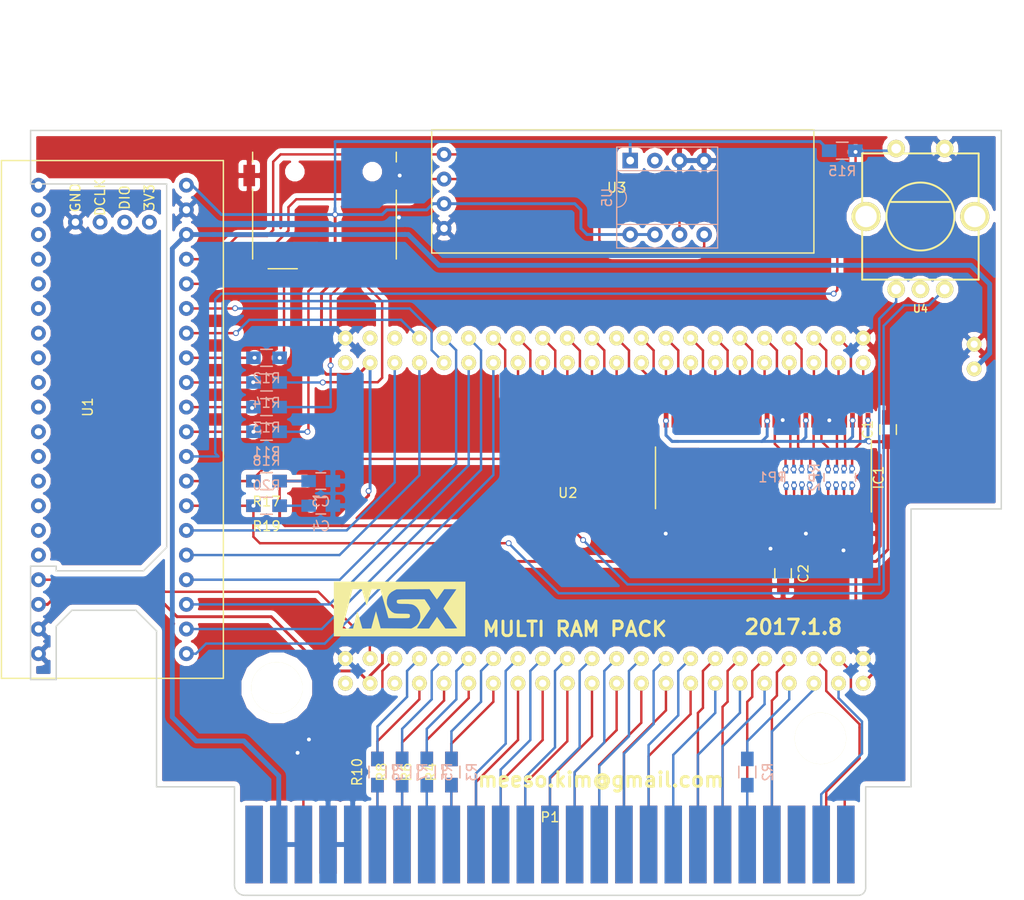
<source format=kicad_pcb>
(kicad_pcb (version 4) (host pcbnew 4.0.4-stable)
  (layers (0 F.Cu signal) (31 B.Cu signal) (34 B.Paste user) (35 F.Paste user) (36 B.SilkS user) (37 F.SilkS user) (38 B.Mask user) (39 F.Mask user) (44 Edge.Cuts user))
  (net 0 "")
  (net 1 GND)
  (net 2 "Net-(P1-Pad5)")
  (net 3 "Net-(P1-Pad6)")
  (net 4 "Net-(P1-Pad16)")
  (net 5 "Net-(P1-Pad48)")
  (net 6 "Net-(P1-Pad49)")
  (net 7 "Net-(P1-Pad50)")
  (net 8 "Net-(U1-Pad21)")
  (net 9 "Net-(U1-Pad22)")
  (net 10 "Net-(U1-Pad23)")
  (net 11 "Net-(U1-Pad24)")
  (net 12 "Net-(U1-Pad25)")
  (net 13 "Net-(U1-Pad26)")
  (net 14 "Net-(U1-Pad27)")
  (net 15 "Net-(U1-Pad28)")
  (net 16 "Net-(U1-Pad33)")
  (net 17 "Net-(U1-Pad34)")
  (net 18 "Net-(U2-Pad5)")
  (net 19 "Net-(U2-Pad88)")
  (net 20 "Net-(U1-Pad42)")
  (net 21 "Net-(U1-Pad43)")
  (net 22 "Net-(U1-Pad44)")
  (net 23 /DQ0)
  (net 24 /DQ1)
  (net 25 /DQ2)
  (net 26 /DQ3)
  (net 27 /DQ4)
  (net 28 /DQ5)
  (net 29 /DQ6)
  (net 30 /DQ7)
  (net 31 /DQML)
  (net 32 /WE)
  (net 33 /CAS)
  (net 34 /RAS)
  (net 35 /CS)
  (net 36 /BA0)
  (net 37 /BA1)
  (net 38 /A10)
  (net 39 /A0)
  (net 40 /A1)
  (net 41 /A2)
  (net 42 /A3)
  (net 43 /A4)
  (net 44 /A5)
  (net 45 /A6)
  (net 46 /A7)
  (net 47 /A8)
  (net 48 /A9)
  (net 49 /A11)
  (net 50 /CKE)
  (net 51 /CLK)
  (net 52 /DQMH)
  (net 53 /DQ8)
  (net 54 /DQ9)
  (net 55 /DQ10)
  (net 56 /DQ11)
  (net 57 /DQ12)
  (net 58 /DQ13)
  (net 59 /DQ14)
  (net 60 /DQ15)
  (net 61 /MISO_SD_)
  (net 62 "Net-(J1-Pad8)")
  (net 63 /SCK_SD_)
  (net 64 "Net-(J1-Pad1)")
  (net 65 /CS_SD_)
  (net 66 /MOSI_SD_)
  (net 67 /CS1)
  (net 68 /CS2)
  (net 69 /CS12)
  (net 70 /SLTSL)
  (net 71 /WAIT)
  (net 72 /INT)
  (net 73 /M1)
  (net 74 /BUSDIR)
  (net 75 /IORQ)
  (net 76 /MERQ)
  (net 77 /WR)
  (net 78 /RD)
  (net 79 /RESET)
  (net 80 /A15)
  (net 81 /A12)
  (net 82 /A14)
  (net 83 /A13)
  (net 84 /D1)
  (net 85 /D0)
  (net 86 /D3)
  (net 87 /D2)
  (net 88 /D5)
  (net 89 /D4)
  (net 90 /D7)
  (net 91 /D6)
  (net 92 /CLOCK)
  (net 93 /SW)
  (net 94 /CS_RAM)
  (net 95 /SCK)
  (net 96 /MISO)
  (net 97 /MOSI)
  (net 98 /TX)
  (net 99 /RX)
  (net 100 /CS_SD)
  (net 101 /SCK_SD)
  (net 102 /MISO_SD)
  (net 103 /MOSI_SD)
  (net 104 /_D6)
  (net 105 /_D7)
  (net 106 /_D4)
  (net 107 /_D5)
  (net 108 /_D2)
  (net 109 /_D3)
  (net 110 /_D0)
  (net 111 /_D1)
  (net 112 /_M1)
  (net 113 /SDL)
  (net 114 /SDA)
  (net 115 /RA10)
  (net 116 /RA0)
  (net 117 /RA1)
  (net 118 /RA2)
  (net 119 /RA3)
  (net 120 /RA4)
  (net 121 /RA5)
  (net 122 /RA6)
  (net 123 /RA7)
  (net 124 /RA8)
  (net 125 /RA9)
  (net 126 /RA11)
  (net 127 "Net-(U2-Pad1)")
  (net 128 "Net-(U4-Pad3)")
  (net 129 +3V3)
  (net 130 "Net-(U2-Pad85)")
  (net 131 /SW1)
  (net 132 "Net-(U1-Pad29)")
  (net 133 "Net-(U1-Pad30)")
  (net 134 "Net-(U1-Pad31)")
  (net 135 "Net-(U1-Pad32)")
  (net 136 "Net-(U1-Pad35)")
  (net 137 "Net-(U1-Pad36)")
  (net 138 "Net-(C3-Pad1)")
  (net 139 "Net-(C4-Pad1)")
  (net 140 /EXT1)
  (net 141 /EXT0)
  (net 142 /RDIR)
  (net 143 /LDIR)
  (net 144 /RST)
  (net 145 +5V)
  (net 146 "Net-(U2-Pad83)")
  (net 147 "Net-(U5-Pad2)")
  (module msxlib:OLED128x32 (layer F.Cu) (at 154.178 41.275)
    (fp_text reference U3 (at 0 -0.381) (layer F.SilkS))
    (fp_text value OLED128x32)
    (pad 1 thru_hole circle (at -17.78 -3.81) (size 1.524 1.524) (drill 0.762) (layers *.Cu *.Mask) (net 113 /SDL))
    (pad 2 thru_hole circle (at -17.78 -1.27) (size 1.524 1.524) (drill 0.762) (layers *.Cu *.Mask) (net 114 /SDA))
    (pad 3 thru_hole circle (at -17.78 1.27) (size 1.524 1.524) (drill 0.762) (layers *.Cu *.Mask) (net 129 +3V3))
    (pad 4 thru_hole circle (at -17.78 3.81) (size 1.524 1.524) (drill 0.762) (layers *.Cu *.Mask) (net 1 GND))
  )
  (module msxlib:card_edge_connector (layer F.Cu) (at 146.05 105.41)
    (fp_text reference P1 (at 1.25984 0.33744) (layer F.SilkS))
    (fp_text value MSX_SLOT)
    (pad "" np_thru_hole circle (at 29.12364 -7.78256) (size 5.3 5.3) (drill 5.3) (layers *.Cu *.Mask F.SilkS) (clearance 1))
    (pad 1 connect rect (at 31.73984 3.14744) (size 1.8 8) (layers B.Cu B.Mask) (net 67 /CS1))
    (pad 2 connect rect (at 31.73984 3.14744) (size 1.8 8) (layers F.Cu F.Mask) (net 68 /CS2))
    (pad 3 connect rect (at 29.19984 3.14744) (size 1.8 8) (layers B.Cu B.Mask) (net 69 /CS12))
    (pad 4 connect rect (at 29.19984 3.14744) (size 1.8 8) (layers F.Cu F.Mask) (net 70 /SLTSL))
    (pad 5 connect rect (at 26.65984 3.14744) (size 1.8 8) (layers B.Cu B.Mask) (net 2 "Net-(P1-Pad5)"))
    (pad 6 connect rect (at 26.65984 3.14744) (size 1.8 8) (layers F.Cu F.Mask) (net 3 "Net-(P1-Pad6)"))
    (pad 7 connect rect (at 24.11984 3.14744) (size 1.8 8) (layers B.Cu B.Mask) (net 71 /WAIT))
    (pad 8 connect rect (at 24.11984 3.14744) (size 1.8 8) (layers F.Cu F.Mask) (net 72 /INT))
    (pad 9 connect rect (at 21.57984 3.14744) (size 1.8 8) (layers B.Cu B.Mask) (net 73 /M1))
    (pad 10 connect rect (at 21.57984 3.14744) (size 1.8 8) (layers F.Cu F.Mask) (net 74 /BUSDIR))
    (pad 11 connect rect (at 19.03984 3.14744) (size 1.8 8) (layers B.Cu B.Mask) (net 75 /IORQ))
    (pad 12 connect rect (at 19.03984 3.14744) (size 1.8 8) (layers F.Cu F.Mask) (net 76 /MERQ))
    (pad 13 connect rect (at 16.49984 3.14744) (size 1.8 8) (layers B.Cu B.Mask) (net 77 /WR))
    (pad 14 connect rect (at 16.49984 3.14744) (size 1.8 8) (layers F.Cu F.Mask) (net 78 /RD))
    (pad 15 connect rect (at 13.95984 3.14744) (size 1.8 8) (layers B.Cu B.Mask) (net 79 /RESET))
    (pad 16 connect rect (at 13.95984 3.14744) (size 1.8 8) (layers F.Cu F.Mask) (net 4 "Net-(P1-Pad16)"))
    (pad 17 connect rect (at 11.41984 3.14744) (size 1.8 8) (layers B.Cu B.Mask) (net 48 /A9))
    (pad 18 connect rect (at 11.41984 3.14744) (size 1.8 8) (layers F.Cu F.Mask) (net 80 /A15))
    (pad 19 connect rect (at 8.87984 3.14744) (size 1.8 8) (layers B.Cu B.Mask) (net 49 /A11))
    (pad 20 connect rect (at 8.87984 3.14744) (size 1.8 8) (layers F.Cu F.Mask) (net 38 /A10))
    (pad 21 connect rect (at 6.33984 3.14744) (size 1.8 8) (layers B.Cu B.Mask) (net 46 /A7))
    (pad 22 connect rect (at 6.33984 3.14744) (size 1.8 8) (layers F.Cu F.Mask) (net 45 /A6))
    (pad 23 connect rect (at 3.79984 3.14744) (size 1.8 8) (layers B.Cu B.Mask) (net 81 /A12))
    (pad 24 connect rect (at 3.79984 3.14744) (size 1.8 8) (layers F.Cu F.Mask) (net 47 /A8))
    (pad 25 connect rect (at 1.25984 3.14744) (size 1.8 8) (layers B.Cu B.Mask) (net 82 /A14))
    (pad 26 connect rect (at 1.25984 3.14744) (size 1.8 8) (layers F.Cu F.Mask) (net 83 /A13))
    (pad 27 connect rect (at -1.28016 3.14744) (size 1.8 8) (layers B.Cu B.Mask) (net 40 /A1))
    (pad 28 connect rect (at -1.28016 3.14744) (size 1.8 8) (layers F.Cu F.Mask) (net 39 /A0))
    (pad 29 connect rect (at -3.82016 3.14744) (size 1.8 8) (layers B.Cu B.Mask) (net 42 /A3))
    (pad 30 connect rect (at -3.82016 3.14744) (size 1.8 8) (layers F.Cu F.Mask) (net 41 /A2))
    (pad 31 connect rect (at -6.36016 3.14744) (size 1.8 8) (layers B.Cu B.Mask) (net 44 /A5))
    (pad 32 connect rect (at -6.36016 3.14744) (size 1.8 8) (layers F.Cu F.Mask) (net 43 /A4))
    (pad 33 connect rect (at -8.90016 3.14744) (size 1.8 8) (layers B.Cu B.Mask) (net 84 /D1))
    (pad 34 connect rect (at -8.90016 3.14744) (size 1.8 8) (layers F.Cu F.Mask) (net 85 /D0))
    (pad 35 connect rect (at -11.44016 3.14744) (size 1.8 8) (layers B.Cu B.Mask) (net 86 /D3))
    (pad 36 connect rect (at -11.44016 3.14744) (size 1.8 8) (layers F.Cu F.Mask) (net 87 /D2))
    (pad 37 connect rect (at -13.98016 3.14744) (size 1.8 8) (layers B.Cu B.Mask) (net 88 /D5))
    (pad 38 connect rect (at -13.98016 3.14744) (size 1.8 8) (layers F.Cu F.Mask) (net 89 /D4))
    (pad 39 connect rect (at -16.52016 3.14744) (size 1.8 8) (layers B.Cu B.Mask) (net 90 /D7))
    (pad 40 connect rect (at -16.52016 3.14744) (size 1.8 8) (layers F.Cu F.Mask) (net 91 /D6))
    (pad 41 connect rect (at -19.06016 3.14744) (size 1.8 8) (layers B.Cu B.Mask) (net 1 GND))
    (pad 42 connect rect (at -19.06016 3.14744) (size 1.8 8) (layers F.Cu F.Mask) (net 92 /CLOCK))
    (pad 43 connect rect (at -21.60016 3.14744) (size 1.8 8) (layers B.Cu B.Mask) (net 1 GND))
    (pad 44 connect rect (at -21.60524 2.65468) (size 1.8 7) (layers F.Cu F.Mask) (net 93 /SW))
    (pad 45 connect rect (at -24.14016 3.14744) (size 1.8 8) (layers B.Cu B.Mask) (net 145 +5V))
    (pad 46 connect rect (at -24.14016 3.14744) (size 1.8 8) (layers F.Cu F.Mask) (net 93 /SW))
    (pad 47 connect rect (at -26.68016 3.14744) (size 1.8 8) (layers B.Cu B.Mask) (net 145 +5V))
    (pad 48 connect rect (at -26.68016 3.14744) (size 1.8 8) (layers F.Cu F.Mask) (net 5 "Net-(P1-Pad48)"))
    (pad 49 connect rect (at -29.22016 3.14744) (size 1.8 8) (layers B.Cu B.Mask) (net 6 "Net-(P1-Pad49)"))
    (pad 50 connect rect (at -29.22016 3.14744) (size 1.8 8) (layers F.Cu F.Mask) (net 7 "Net-(P1-Pad50)"))
    (pad "" np_thru_hole circle (at -26.87574 -12.98448) (size 5.3 5.3) (drill 5.3) (layers *.Cu *.Mask F.SilkS) (clearance 1))
  )
  (module msxlib:emp270_board (layer F.Cu) (at 154.178 71.628 180)
    (fp_text reference U2 (at 5.0292 -0.7112 180) (layer F.SilkS))
    (fp_text value CPLD)
    (pad 1 thru_hole circle (at 27.94 -20.32 180) (size 1.524 1.524) (drill 0.74) (layers *.Cu *.Mask F.SilkS) (net 127 "Net-(U2-Pad1)"))
    (pad 2 thru_hole circle (at 27.94 -17.78 180) (size 1.524 1.524) (drill 0.74) (layers *.Cu *.Mask F.SilkS) (net 1 GND))
    (pad 3 thru_hole circle (at 25.4 -20.32 180) (size 1.524 1.524) (drill 0.74) (layers *.Cu *.Mask F.SilkS) (net 129 +3V3))
    (pad 4 thru_hole circle (at 25.4 -17.78 180) (size 1.524 1.524) (drill 0.74) (layers *.Cu *.Mask F.SilkS) (net 144 /RST))
    (pad 5 thru_hole circle (at 22.86 -20.32 180) (size 1.524 1.524) (drill 0.74) (layers *.Cu *.Mask F.SilkS) (net 18 "Net-(U2-Pad5)"))
    (pad 6 thru_hole circle (at 22.86 -17.78 180) (size 1.524 1.524) (drill 0.74) (layers *.Cu *.Mask F.SilkS) (net 92 /CLOCK))
    (pad 7 thru_hole circle (at 20.32 -20.32 180) (size 1.524 1.524) (drill 0.74) (layers *.Cu *.Mask F.SilkS) (net 104 /_D6))
    (pad 8 thru_hole circle (at 20.32 -17.78 180) (size 1.524 1.524) (drill 0.74) (layers *.Cu *.Mask F.SilkS) (net 105 /_D7))
    (pad 9 thru_hole circle (at 17.78 -20.32 180) (size 1.524 1.524) (drill 0.74) (layers *.Cu *.Mask F.SilkS) (net 106 /_D4))
    (pad 10 thru_hole circle (at 17.78 -17.78 180) (size 1.524 1.524) (drill 0.74) (layers *.Cu *.Mask F.SilkS) (net 107 /_D5))
    (pad 11 thru_hole circle (at 15.24 -20.32 180) (size 1.524 1.524) (drill 0.74) (layers *.Cu *.Mask F.SilkS) (net 108 /_D2))
    (pad 12 thru_hole circle (at 15.24 -17.78 180) (size 1.524 1.524) (drill 0.74) (layers *.Cu *.Mask F.SilkS) (net 109 /_D3))
    (pad 13 thru_hole circle (at 12.7 -20.32 180) (size 1.524 1.524) (drill 0.74) (layers *.Cu *.Mask F.SilkS) (net 110 /_D0))
    (pad 14 thru_hole circle (at 12.7 -17.78 180) (size 1.524 1.524) (drill 0.74) (layers *.Cu *.Mask F.SilkS) (net 111 /_D1))
    (pad 15 thru_hole circle (at 10.16 -20.32 180) (size 1.524 1.524) (drill 0.74) (layers *.Cu *.Mask F.SilkS) (net 43 /A4))
    (pad 16 thru_hole circle (at 10.16 -17.78 180) (size 1.524 1.524) (drill 0.74) (layers *.Cu *.Mask F.SilkS) (net 44 /A5))
    (pad 17 thru_hole circle (at 7.62 -20.32 180) (size 1.524 1.524) (drill 0.74) (layers *.Cu *.Mask F.SilkS) (net 41 /A2))
    (pad 18 thru_hole circle (at 7.62 -17.78 180) (size 1.524 1.524) (drill 0.74) (layers *.Cu *.Mask F.SilkS) (net 42 /A3))
    (pad 19 thru_hole circle (at 5.08 -20.32 180) (size 1.524 1.524) (drill 0.74) (layers *.Cu *.Mask F.SilkS) (net 39 /A0))
    (pad 20 thru_hole circle (at 5.08 -17.78 180) (size 1.524 1.524) (drill 0.74) (layers *.Cu *.Mask F.SilkS) (net 40 /A1))
    (pad 21 thru_hole circle (at 2.54 -20.32 180) (size 1.524 1.524) (drill 0.74) (layers *.Cu *.Mask F.SilkS) (net 83 /A13))
    (pad 22 thru_hole circle (at 2.54 -17.78 180) (size 1.524 1.524) (drill 0.74) (layers *.Cu *.Mask F.SilkS) (net 82 /A14))
    (pad 23 thru_hole circle (at 0 -20.32 180) (size 1.524 1.524) (drill 0.74) (layers *.Cu *.Mask F.SilkS) (net 47 /A8))
    (pad 24 thru_hole circle (at 0 -17.78 180) (size 1.524 1.524) (drill 0.74) (layers *.Cu *.Mask F.SilkS) (net 81 /A12))
    (pad 25 thru_hole circle (at -2.54 -20.32 180) (size 1.524 1.524) (drill 0.74) (layers *.Cu *.Mask F.SilkS) (net 45 /A6))
    (pad 26 thru_hole circle (at -2.54 -17.78 180) (size 1.524 1.524) (drill 0.74) (layers *.Cu *.Mask F.SilkS) (net 46 /A7))
    (pad 27 thru_hole circle (at -5.08 -20.32 180) (size 1.524 1.524) (drill 0.74) (layers *.Cu *.Mask F.SilkS) (net 38 /A10))
    (pad 28 thru_hole circle (at -5.08 -17.78 180) (size 1.524 1.524) (drill 0.74) (layers *.Cu *.Mask F.SilkS) (net 49 /A11))
    (pad 29 thru_hole circle (at -7.62 -20.32 180) (size 1.524 1.524) (drill 0.74) (layers *.Cu *.Mask F.SilkS) (net 80 /A15))
    (pad 30 thru_hole circle (at -7.62 -17.78 180) (size 1.524 1.524) (drill 0.74) (layers *.Cu *.Mask F.SilkS) (net 48 /A9))
    (pad 31 thru_hole circle (at -10.16 -20.32 180) (size 1.524 1.524) (drill 0.74) (layers *.Cu *.Mask F.SilkS) (net 79 /RESET))
    (pad 32 thru_hole circle (at -10.16 -17.78 180) (size 1.524 1.524) (drill 0.74) (layers *.Cu *.Mask F.SilkS) (net 78 /RD))
    (pad 33 thru_hole circle (at -12.7 -20.32 180) (size 1.524 1.524) (drill 0.74) (layers *.Cu *.Mask F.SilkS) (net 77 /WR))
    (pad 34 thru_hole circle (at -12.7 -17.78 180) (size 1.524 1.524) (drill 0.74) (layers *.Cu *.Mask F.SilkS) (net 76 /MERQ))
    (pad 35 thru_hole circle (at -15.24 -20.32 180) (size 1.524 1.524) (drill 0.74) (layers *.Cu *.Mask F.SilkS) (net 75 /IORQ))
    (pad 36 thru_hole circle (at -15.24 -17.78 180) (size 1.524 1.524) (drill 0.74) (layers *.Cu *.Mask F.SilkS) (net 74 /BUSDIR))
    (pad 37 thru_hole circle (at -17.78 -20.32 180) (size 1.524 1.524) (drill 0.74) (layers *.Cu *.Mask F.SilkS) (net 112 /_M1))
    (pad 38 thru_hole circle (at -17.78 -17.78 180) (size 1.524 1.524) (drill 0.74) (layers *.Cu *.Mask F.SilkS) (net 72 /INT))
    (pad 39 thru_hole circle (at -20.32 -20.32 180) (size 1.524 1.524) (drill 0.74) (layers *.Cu *.Mask F.SilkS) (net 71 /WAIT))
    (pad 40 thru_hole circle (at -20.32 -17.78 180) (size 1.524 1.524) (drill 0.74) (layers *.Cu *.Mask F.SilkS) (net 70 /SLTSL))
    (pad 41 thru_hole circle (at -22.86 -20.32 180) (size 1.524 1.524) (drill 0.74) (layers *.Cu *.Mask F.SilkS) (net 69 /CS12))
    (pad 42 thru_hole circle (at -22.86 -17.78 180) (size 1.524 1.524) (drill 0.74) (layers *.Cu *.Mask F.SilkS) (net 68 /CS2))
    (pad 43 thru_hole circle (at -25.4 -20.32 180) (size 1.524 1.524) (drill 0.74) (layers *.Cu *.Mask F.SilkS) (net 129 +3V3))
    (pad 44 thru_hole circle (at -25.4 -17.78 180) (size 1.524 1.524) (drill 0.74) (layers *.Cu *.Mask F.SilkS) (net 1 GND))
    (pad 45 thru_hole circle (at -25.4 15.24 180) (size 1.524 1.524) (drill 0.74) (layers *.Cu *.Mask F.SilkS) (net 1 GND))
    (pad 46 thru_hole circle (at -25.4 12.7 180) (size 1.524 1.524) (drill 0.74) (layers *.Cu *.Mask F.SilkS) (net 23 /DQ0))
    (pad 47 thru_hole circle (at -22.86 15.24 180) (size 1.524 1.524) (drill 0.74) (layers *.Cu *.Mask F.SilkS) (net 24 /DQ1))
    (pad 48 thru_hole circle (at -22.86 12.7 180) (size 1.524 1.524) (drill 0.74) (layers *.Cu *.Mask F.SilkS) (net 25 /DQ2))
    (pad 49 thru_hole circle (at -20.32 15.24 180) (size 1.524 1.524) (drill 0.74) (layers *.Cu *.Mask F.SilkS) (net 26 /DQ3))
    (pad 50 thru_hole circle (at -20.32 12.7 180) (size 1.524 1.524) (drill 0.74) (layers *.Cu *.Mask F.SilkS) (net 27 /DQ4))
    (pad 51 thru_hole circle (at -17.78 15.24 180) (size 1.524 1.524) (drill 0.74) (layers *.Cu *.Mask F.SilkS) (net 28 /DQ5))
    (pad 52 thru_hole circle (at -17.78 12.7 180) (size 1.524 1.524) (drill 0.74) (layers *.Cu *.Mask F.SilkS) (net 29 /DQ6))
    (pad 53 thru_hole circle (at -15.24 15.24 180) (size 1.524 1.524) (drill 0.74) (layers *.Cu *.Mask F.SilkS) (net 30 /DQ7))
    (pad 54 thru_hole circle (at -15.24 12.7 180) (size 1.524 1.524) (drill 0.74) (layers *.Cu *.Mask F.SilkS) (net 31 /DQML))
    (pad 55 thru_hole circle (at -12.7 15.24 180) (size 1.524 1.524) (drill 0.74) (layers *.Cu *.Mask F.SilkS) (net 32 /WE))
    (pad 56 thru_hole circle (at -12.7 12.7 180) (size 1.524 1.524) (drill 0.74) (layers *.Cu *.Mask F.SilkS) (net 33 /CAS))
    (pad 57 thru_hole circle (at -10.16 15.24 180) (size 1.524 1.524) (drill 0.74) (layers *.Cu *.Mask F.SilkS) (net 34 /RAS))
    (pad 58 thru_hole circle (at -10.16 12.7 180) (size 1.524 1.524) (drill 0.74) (layers *.Cu *.Mask F.SilkS) (net 35 /CS))
    (pad 59 thru_hole circle (at -7.62 15.24 180) (size 1.524 1.524) (drill 0.74) (layers *.Cu *.Mask F.SilkS) (net 36 /BA0))
    (pad 60 thru_hole circle (at -7.62 12.7 180) (size 1.524 1.524) (drill 0.74) (layers *.Cu *.Mask F.SilkS) (net 37 /BA1))
    (pad 61 thru_hole circle (at -5.08 15.24 180) (size 1.524 1.524) (drill 0.74) (layers *.Cu *.Mask F.SilkS) (net 115 /RA10))
    (pad 62 thru_hole circle (at -5.08 12.7 180) (size 1.524 1.524) (drill 0.74) (layers *.Cu *.Mask F.SilkS) (net 116 /RA0))
    (pad 63 thru_hole circle (at -2.54 15.24 180) (size 1.524 1.524) (drill 0.74) (layers *.Cu *.Mask F.SilkS) (net 117 /RA1))
    (pad 64 thru_hole circle (at -2.54 12.7 180) (size 1.524 1.524) (drill 0.74) (layers *.Cu *.Mask F.SilkS) (net 118 /RA2))
    (pad 65 thru_hole circle (at 0 15.24 180) (size 1.524 1.524) (drill 0.74) (layers *.Cu *.Mask F.SilkS) (net 119 /RA3))
    (pad 66 thru_hole circle (at 0 12.7 180) (size 1.524 1.524) (drill 0.74) (layers *.Cu *.Mask F.SilkS) (net 52 /DQMH))
    (pad 67 thru_hole circle (at 2.54 15.24 180) (size 1.524 1.524) (drill 0.74) (layers *.Cu *.Mask F.SilkS) (net 51 /CLK))
    (pad 68 thru_hole circle (at 2.54 12.7 180) (size 1.524 1.524) (drill 0.74) (layers *.Cu *.Mask F.SilkS) (net 50 /CKE))
    (pad 69 thru_hole circle (at 5.08 15.24 180) (size 1.524 1.524) (drill 0.74) (layers *.Cu *.Mask F.SilkS) (net 126 /RA11))
    (pad 70 thru_hole circle (at 5.08 12.7 180) (size 1.524 1.524) (drill 0.74) (layers *.Cu *.Mask F.SilkS) (net 125 /RA9))
    (pad 71 thru_hole circle (at 7.62 15.24 180) (size 1.524 1.524) (drill 0.74) (layers *.Cu *.Mask F.SilkS) (net 124 /RA8))
    (pad 72 thru_hole circle (at 7.62 12.7 180) (size 1.524 1.524) (drill 0.74) (layers *.Cu *.Mask F.SilkS) (net 123 /RA7))
    (pad 73 thru_hole circle (at 10.16 15.24 180) (size 1.524 1.524) (drill 0.74) (layers *.Cu *.Mask F.SilkS) (net 122 /RA6))
    (pad 74 thru_hole circle (at 10.16 12.7 180) (size 1.524 1.524) (drill 0.74) (layers *.Cu *.Mask F.SilkS) (net 121 /RA5))
    (pad 75 thru_hole circle (at 12.7 15.24 180) (size 1.524 1.524) (drill 0.74) (layers *.Cu *.Mask F.SilkS) (net 120 /RA4))
    (pad 76 thru_hole circle (at 12.7 12.7 180) (size 1.524 1.524) (drill 0.74) (layers *.Cu *.Mask F.SilkS) (net 94 /CS_RAM))
    (pad 77 thru_hole circle (at 15.24 15.24 180) (size 1.524 1.524) (drill 0.74) (layers *.Cu *.Mask F.SilkS) (net 95 /SCK))
    (pad 78 thru_hole circle (at 15.24 12.7 180) (size 1.524 1.524) (drill 0.74) (layers *.Cu *.Mask F.SilkS) (net 96 /MISO))
    (pad 79 thru_hole circle (at 17.78 15.24 180) (size 1.524 1.524) (drill 0.74) (layers *.Cu *.Mask F.SilkS) (net 97 /MOSI))
    (pad 80 thru_hole circle (at 17.78 12.7 180) (size 1.524 1.524) (drill 0.74) (layers *.Cu *.Mask F.SilkS) (net 99 /RX))
    (pad 81 thru_hole circle (at 20.32 15.24 180) (size 1.524 1.524) (drill 0.74) (layers *.Cu *.Mask F.SilkS) (net 98 /TX))
    (pad 82 thru_hole circle (at 20.32 12.7 180) (size 1.524 1.524) (drill 0.74) (layers *.Cu *.Mask F.SilkS) (net 141 /EXT0))
    (pad 83 thru_hole circle (at 22.86 15.24 180) (size 1.524 1.524) (drill 0.74) (layers *.Cu *.Mask F.SilkS) (net 146 "Net-(U2-Pad83)"))
    (pad 84 thru_hole circle (at 22.86 12.7 180) (size 1.524 1.524) (drill 0.74) (layers *.Cu *.Mask F.SilkS) (net 140 /EXT1))
    (pad 85 thru_hole circle (at 25.4 15.24 180) (size 1.524 1.524) (drill 0.74) (layers *.Cu *.Mask F.SilkS) (net 130 "Net-(U2-Pad85)"))
    (pad 86 thru_hole circle (at 25.4 12.7 180) (size 1.524 1.524) (drill 0.74) (layers *.Cu *.Mask F.SilkS) (net 129 +3V3))
    (pad 87 thru_hole circle (at 27.94 15.24 180) (size 1.524 1.524) (drill 0.74) (layers *.Cu *.Mask F.SilkS) (net 1 GND))
    (pad 88 thru_hole circle (at 27.94 12.7 180) (size 1.524 1.524) (drill 0.74) (layers *.Cu *.Mask F.SilkS) (net 19 "Net-(U2-Pad88)"))
    (pad 90 thru_hole circle (at -36.83 14.605 180) (size 1.524 1.524) (drill 0.74) (layers *.Cu *.Mask F.SilkS) (net 1 GND))
    (pad 89 thru_hole circle (at -36.83 12.065 180) (size 1.524 1.524) (drill 0.74) (layers *.Cu *.Mask F.SilkS) (net 145 +5V))
  )
  (module msxlib:STM32F103 (layer F.Cu) (at 113.665 91.44 90)
    (fp_text reference U1 (at 27.94 -13.97 90) (layer F.SilkS))
    (fp_text value STM32F103)
    (fp_text user 3V3 (at 49.53 -7.62 90) (layer F.SilkS))
    (fp_text user DIO (at 49.53 -10.16 90) (layer F.SilkS))
    (fp_text user DCLK (at 49.53 -12.7 90) (layer F.SilkS))
    (fp_text user GND (at 49.53 -15.24 90) (layer F.SilkS))
    (pad 1 thru_hole circle (at 2.54 -3.81 90) (size 1.524 1.524) (drill 0.762) (layers *.Cu *.Mask) (net 94 /CS_RAM))
    (pad 2 thru_hole circle (at 5.08 -3.81 90) (size 1.524 1.524) (drill 0.762) (layers *.Cu *.Mask) (net 95 /SCK))
    (pad 3 thru_hole circle (at 7.62 -3.81 90) (size 1.524 1.524) (drill 0.762) (layers *.Cu *.Mask) (net 96 /MISO))
    (pad 4 thru_hole circle (at 10.16 -3.81 90) (size 1.524 1.524) (drill 0.762) (layers *.Cu *.Mask) (net 97 /MOSI))
    (pad 5 thru_hole circle (at 12.7 -3.81 90) (size 1.524 1.524) (drill 0.762) (layers *.Cu *.Mask) (net 141 /EXT0))
    (pad 6 thru_hole circle (at 15.24 -3.81 90) (size 1.524 1.524) (drill 0.762) (layers *.Cu *.Mask) (net 140 /EXT1))
    (pad 7 thru_hole circle (at 17.78 -3.81 90) (size 1.524 1.524) (drill 0.762) (layers *.Cu *.Mask) (net 142 /RDIR))
    (pad 8 thru_hole circle (at 20.32 -3.81 90) (size 1.524 1.524) (drill 0.762) (layers *.Cu *.Mask) (net 143 /LDIR))
    (pad 9 thru_hole circle (at 22.86 -3.81 90) (size 1.524 1.524) (drill 0.762) (layers *.Cu *.Mask) (net 131 /SW1))
    (pad 10 thru_hole circle (at 25.4 -3.81 90) (size 1.524 1.524) (drill 0.762) (layers *.Cu *.Mask) (net 100 /CS_SD))
    (pad 11 thru_hole circle (at 27.94 -3.81 90) (size 1.524 1.524) (drill 0.762) (layers *.Cu *.Mask) (net 101 /SCK_SD))
    (pad 12 thru_hole circle (at 30.48 -3.81 90) (size 1.524 1.524) (drill 0.762) (layers *.Cu *.Mask) (net 102 /MISO_SD))
    (pad 13 thru_hole circle (at 33.02 -3.81 90) (size 1.524 1.524) (drill 0.762) (layers *.Cu *.Mask) (net 103 /MOSI_SD))
    (pad 14 thru_hole circle (at 35.56 -3.81 90) (size 1.524 1.524) (drill 0.762) (layers *.Cu *.Mask) (net 98 /TX))
    (pad 15 thru_hole circle (at 38.1 -3.81 90) (size 1.524 1.524) (drill 0.762) (layers *.Cu *.Mask) (net 99 /RX))
    (pad 16 thru_hole circle (at 40.64 -3.81 90) (size 1.524 1.524) (drill 0.762) (layers *.Cu *.Mask) (net 114 /SDA))
    (pad 17 thru_hole circle (at 43.18 -3.81 90) (size 1.524 1.524) (drill 0.762) (layers *.Cu *.Mask) (net 113 /SDL))
    (pad 18 thru_hole circle (at 45.72 -3.81 90) (size 1.524 1.524) (drill 0.762) (layers *.Cu *.Mask) (net 145 +5V))
    (pad 19 thru_hole circle (at 48.26 -3.81 90) (size 1.524 1.524) (drill 0.762) (layers *.Cu *.Mask) (net 1 GND))
    (pad 20 thru_hole circle (at 50.8 -3.81 90) (size 1.524 1.524) (drill 0.762) (layers *.Cu *.Mask) (net 129 +3V3))
    (pad 21 thru_hole circle (at 50.8 -19.05 90) (size 1.524 1.524) (drill 0.762) (layers *.Cu *.Mask) (net 8 "Net-(U1-Pad21)"))
    (pad 22 thru_hole circle (at 48.26 -19.05 90) (size 1.524 1.524) (drill 0.762) (layers *.Cu *.Mask) (net 9 "Net-(U1-Pad22)"))
    (pad 23 thru_hole circle (at 45.72 -19.05 90) (size 1.524 1.524) (drill 0.762) (layers *.Cu *.Mask) (net 10 "Net-(U1-Pad23)"))
    (pad 24 thru_hole circle (at 43.18 -19.05 90) (size 1.524 1.524) (drill 0.762) (layers *.Cu *.Mask) (net 11 "Net-(U1-Pad24)"))
    (pad 25 thru_hole circle (at 40.64 -19.05 90) (size 1.524 1.524) (drill 0.762) (layers *.Cu *.Mask) (net 12 "Net-(U1-Pad25)"))
    (pad 26 thru_hole circle (at 38.1 -19.05 90) (size 1.524 1.524) (drill 0.762) (layers *.Cu *.Mask) (net 13 "Net-(U1-Pad26)"))
    (pad 27 thru_hole circle (at 35.56 -19.05 90) (size 1.524 1.524) (drill 0.762) (layers *.Cu *.Mask) (net 14 "Net-(U1-Pad27)"))
    (pad 28 thru_hole circle (at 33.02 -19.05 90) (size 1.524 1.524) (drill 0.762) (layers *.Cu *.Mask) (net 15 "Net-(U1-Pad28)"))
    (pad 29 thru_hole circle (at 30.48 -19.05 90) (size 1.524 1.524) (drill 0.762) (layers *.Cu *.Mask) (net 132 "Net-(U1-Pad29)"))
    (pad 30 thru_hole circle (at 27.94 -19.05 90) (size 1.524 1.524) (drill 0.762) (layers *.Cu *.Mask) (net 133 "Net-(U1-Pad30)"))
    (pad 31 thru_hole circle (at 25.4 -19.05 90) (size 1.524 1.524) (drill 0.762) (layers *.Cu *.Mask) (net 134 "Net-(U1-Pad31)"))
    (pad 32 thru_hole circle (at 22.86 -19.05 90) (size 1.524 1.524) (drill 0.762) (layers *.Cu *.Mask) (net 135 "Net-(U1-Pad32)"))
    (pad 33 thru_hole circle (at 20.32 -19.05 90) (size 1.524 1.524) (drill 0.762) (layers *.Cu *.Mask) (net 16 "Net-(U1-Pad33)"))
    (pad 34 thru_hole circle (at 17.78 -19.05 90) (size 1.524 1.524) (drill 0.762) (layers *.Cu *.Mask) (net 17 "Net-(U1-Pad34)"))
    (pad 35 thru_hole circle (at 15.24 -19.05 90) (size 1.524 1.524) (drill 0.762) (layers *.Cu *.Mask) (net 136 "Net-(U1-Pad35)"))
    (pad 36 thru_hole circle (at 12.7 -19.05 90) (size 1.524 1.524) (drill 0.762) (layers *.Cu *.Mask) (net 137 "Net-(U1-Pad36)"))
    (pad 37 thru_hole circle (at 10.16 -19.05 90) (size 1.524 1.524) (drill 0.762) (layers *.Cu *.Mask) (net 144 /RST))
    (pad 38 thru_hole circle (at 7.62 -19.05 90) (size 1.524 1.524) (drill 0.762) (layers *.Cu *.Mask) (net 129 +3V3))
    (pad 39 thru_hole circle (at 5.08 -19.05 90) (size 1.524 1.524) (drill 0.762) (layers *.Cu *.Mask) (net 1 GND))
    (pad 40 thru_hole circle (at 2.54 -19.05 90) (size 1.524 1.524) (drill 0.762) (layers *.Cu *.Mask) (net 1 GND))
    (pad 41 thru_hole circle (at 46.99 -15.24 90) (size 1.524 1.524) (drill 0.762) (layers *.Cu *.Mask) (net 1 GND))
    (pad 42 thru_hole circle (at 46.99 -12.7 90) (size 1.524 1.524) (drill 0.762) (layers *.Cu *.Mask) (net 20 "Net-(U1-Pad42)"))
    (pad 43 thru_hole circle (at 46.99 -10.16 90) (size 1.524 1.524) (drill 0.762) (layers *.Cu *.Mask) (net 21 "Net-(U1-Pad43)"))
    (pad 44 thru_hole circle (at 46.99 -7.62 90) (size 1.524 1.524) (drill 0.762) (layers *.Cu *.Mask) (net 22 "Net-(U1-Pad44)"))
  )
  (module msxlib:Conn_uSDcard (layer F.Cu) (at 124.079 39.243 180)
    (fp_text reference J1)
    (fp_text value MicroSD hide)
    (pad 6 smd rect (at 7.75 -0.4 180) (size 1.2 2.2) (layers F.Cu F.Paste F.Mask) (net 1 GND))
    (pad 6 smd rect (at -7.75 -0.4 180) (size 1.2 2.2) (layers F.Cu F.Paste F.Mask) (net 1 GND))
    (pad 6 smd rect (at 6.85 -10 180) (size 1.6 1.4) (layers F.Cu F.Paste F.Mask) (net 1 GND))
    (pad 6 smd rect (at -7.75 -10 180) (size 1.2 1.4) (layers F.Cu F.Paste F.Mask) (net 1 GND))
    (pad 9 smd rect (at -6.6 -10.5 180) (size 0.7 1.6) (layers F.Cu F.Paste F.Mask))
    (pad 7 smd rect (at -4.4 -10.5 180) (size 0.7 1.6) (layers F.Cu F.Paste F.Mask) (net 61 /MISO_SD_))
    (pad 8 smd rect (at -5.5 -10.5 180) (size 0.7 1.6) (layers F.Cu F.Paste F.Mask) (net 62 "Net-(J1-Pad8)"))
    (pad 6 smd rect (at -3.3 -10.5 180) (size 0.7 1.6) (layers F.Cu F.Paste F.Mask) (net 1 GND))
    (pad 5 smd rect (at -2.2 -10.5 180) (size 0.7 1.6) (layers F.Cu F.Paste F.Mask) (net 63 /SCK_SD_))
    (pad 4 smd rect (at -1.1 -10.5 180) (size 0.7 1.6) (layers F.Cu F.Paste F.Mask) (net 129 +3V3))
    (pad 1 smd rect (at 2.2 -10.5 180) (size 0.7 1.6) (layers F.Cu F.Paste F.Mask) (net 64 "Net-(J1-Pad1)"))
    (pad 2 smd rect (at 1.1 -10.5 180) (size 0.7 1.6) (layers F.Cu F.Paste F.Mask) (net 65 /CS_SD_))
    (pad "" np_thru_hole circle (at 3.05 0 180) (size 1 1) (drill 1) (layers *.Cu))
    (pad "" np_thru_hole circle (at -4.93 0 180) (size 1 1) (drill 1) (layers *.Cu))
    (pad 3 smd rect (at 0 -10.5 180) (size 0.7 1.6) (layers F.Cu F.Paste F.Mask) (net 66 /MOSI_SD_))
  )
  (module Resistors_SMD:R_0805_HandSoldering (layer B.Cu) (at 167.64 101.092 90)
    (fp_text reference R2 (at 0 2.1 90) (layer B.SilkS) (effects (justify mirror)))
    (fp_text value R)
    (pad 1 smd rect (at -1.35 0 90) (size 1.5 1.3) (layers B.Cu B.Paste B.Mask) (net 73 /M1))
    (pad 2 smd rect (at 1.35 0 90) (size 1.5 1.3) (layers B.Cu B.Paste B.Mask) (net 112 /_M1))
  )
  (module Resistors_SMD:R_0805_HandSoldering (layer B.Cu) (at 137.16 101.092 90)
    (fp_text reference R3 (at 0 2.1 90) (layer B.SilkS) (effects (justify mirror)))
    (fp_text value R)
    (pad 1 smd rect (at -1.35 0 90) (size 1.5 1.3) (layers B.Cu B.Paste B.Mask) (net 84 /D1))
    (pad 2 smd rect (at 1.35 0 90) (size 1.5 1.3) (layers B.Cu B.Paste B.Mask) (net 111 /_D1))
  )
  (module Resistors_SMD:R_0805_HandSoldering (layer F.Cu) (at 137.16 101.092 90)
    (fp_text reference R4 (at 0 -2.1 90) (layer F.SilkS))
    (fp_text value R)
    (pad 1 smd rect (at -1.35 0 90) (size 1.5 1.3) (layers F.Cu F.Paste F.Mask) (net 85 /D0))
    (pad 2 smd rect (at 1.35 0 90) (size 1.5 1.3) (layers F.Cu F.Paste F.Mask) (net 110 /_D0))
  )
  (module Resistors_SMD:R_0805_HandSoldering (layer B.Cu) (at 134.62 101.092 90)
    (fp_text reference R5 (at 0 2.1 90) (layer B.SilkS) (effects (justify mirror)))
    (fp_text value R)
    (pad 1 smd rect (at -1.35 0 90) (size 1.5 1.3) (layers B.Cu B.Paste B.Mask) (net 86 /D3))
    (pad 2 smd rect (at 1.35 0 90) (size 1.5 1.3) (layers B.Cu B.Paste B.Mask) (net 109 /_D3))
  )
  (module Resistors_SMD:R_0805_HandSoldering (layer F.Cu) (at 134.62 101.092 90)
    (fp_text reference R6 (at 0 -2.1 90) (layer F.SilkS))
    (fp_text value R)
    (pad 1 smd rect (at -1.35 0 90) (size 1.5 1.3) (layers F.Cu F.Paste F.Mask) (net 87 /D2))
    (pad 2 smd rect (at 1.35 0 90) (size 1.5 1.3) (layers F.Cu F.Paste F.Mask) (net 108 /_D2))
  )
  (module Resistors_SMD:R_0805_HandSoldering (layer B.Cu) (at 132.08 101.092 90)
    (fp_text reference R7 (at 0 2.1 90) (layer B.SilkS) (effects (justify mirror)))
    (fp_text value R)
    (pad 1 smd rect (at -1.35 0 90) (size 1.5 1.3) (layers B.Cu B.Paste B.Mask) (net 88 /D5))
    (pad 2 smd rect (at 1.35 0 90) (size 1.5 1.3) (layers B.Cu B.Paste B.Mask) (net 107 /_D5))
  )
  (module Resistors_SMD:R_0805_HandSoldering (layer F.Cu) (at 132.08 101.092 90)
    (fp_text reference R8 (at 0 -2.1 90) (layer F.SilkS))
    (fp_text value R)
    (pad 1 smd rect (at -1.35 0 90) (size 1.5 1.3) (layers F.Cu F.Paste F.Mask) (net 89 /D4))
    (pad 2 smd rect (at 1.35 0 90) (size 1.5 1.3) (layers F.Cu F.Paste F.Mask) (net 106 /_D4))
  )
  (module Resistors_SMD:R_0805_HandSoldering (layer B.Cu) (at 129.54 101.092 90)
    (fp_text reference R9 (at 0 2.1 90) (layer B.SilkS) (effects (justify mirror)))
    (fp_text value R)
    (pad 1 smd rect (at -1.35 0 90) (size 1.5 1.3) (layers B.Cu B.Paste B.Mask) (net 90 /D7))
    (pad 2 smd rect (at 1.35 0 90) (size 1.5 1.3) (layers B.Cu B.Paste B.Mask) (net 105 /_D7))
  )
  (module Resistors_SMD:R_0805_HandSoldering (layer F.Cu) (at 129.54 101.092 90)
    (fp_text reference R10 (at 0 -2.1 90) (layer F.SilkS))
    (fp_text value R)
    (pad 1 smd rect (at -1.35 0 90) (size 1.5 1.3) (layers F.Cu F.Paste F.Mask) (net 91 /D6))
    (pad 2 smd rect (at 1.35 0 90) (size 1.5 1.3) (layers F.Cu F.Paste F.Mask) (net 104 /_D6))
  )
  (module Resistors_SMD:R_0805_HandSoldering (layer B.Cu) (at 118.11 66.04)
    (fp_text reference R11 (at 0 2.1) (layer B.SilkS) (effects (justify mirror)))
    (fp_text value R)
    (pad 1 smd rect (at -1.35 0) (size 1.5 1.3) (layers B.Cu B.Paste B.Mask) (net 100 /CS_SD))
    (pad 2 smd rect (at 1.35 0) (size 1.5 1.3) (layers B.Cu B.Paste B.Mask) (net 65 /CS_SD_))
  )
  (module Resistors_SMD:R_0805_HandSoldering (layer B.Cu) (at 118.11 58.42)
    (fp_text reference R12 (at 0 2.1) (layer B.SilkS) (effects (justify mirror)))
    (fp_text value R)
    (pad 1 smd rect (at -1.35 0) (size 1.5 1.3) (layers B.Cu B.Paste B.Mask) (net 103 /MOSI_SD))
    (pad 2 smd rect (at 1.35 0) (size 1.5 1.3) (layers B.Cu B.Paste B.Mask) (net 66 /MOSI_SD_))
  )
  (module Resistors_SMD:R_0805_HandSoldering (layer B.Cu) (at 118.11 63.5)
    (fp_text reference R13 (at 0 2.1) (layer B.SilkS) (effects (justify mirror)))
    (fp_text value R)
    (pad 1 smd rect (at -1.35 0) (size 1.5 1.3) (layers B.Cu B.Paste B.Mask) (net 101 /SCK_SD))
    (pad 2 smd rect (at 1.35 0) (size 1.5 1.3) (layers B.Cu B.Paste B.Mask) (net 63 /SCK_SD_))
  )
  (module Resistors_SMD:R_0805_HandSoldering (layer B.Cu) (at 118.11 60.96)
    (fp_text reference R14 (at 0 2.1) (layer B.SilkS) (effects (justify mirror)))
    (fp_text value R)
    (pad 1 smd rect (at -1.35 0) (size 1.5 1.3) (layers B.Cu B.Paste B.Mask) (net 102 /MISO_SD))
    (pad 2 smd rect (at 1.35 0) (size 1.5 1.3) (layers B.Cu B.Paste B.Mask) (net 61 /MISO_SD_))
  )
  (module msxlib:R_Array_Concave_4x0603_Handsoldering (layer B.Cu) (at 172.847 70.739 270)
    (fp_text reference RP1 (at 0 2.6 360) (layer B.SilkS) (effects (justify mirror)))
    (fp_text value R_PACK4)
    (pad 2 smd rect (at -0.85 0.4 270) (size 0.9 0.4) (layers B.Cu B.Paste B.Mask) (net 29 /DQ6))
    (pad 3 smd rect (at -0.85 -0.4 270) (size 0.9 0.4) (layers B.Cu B.Paste B.Mask) (net 28 /DQ5))
    (pad 1 smd rect (at -0.85 1.2 270) (size 0.9 0.4) (layers B.Cu B.Paste B.Mask) (net 30 /DQ7))
    (pad 4 smd rect (at -0.85 -1.2 270) (size 0.9 0.4) (layers B.Cu B.Paste B.Mask) (net 27 /DQ4))
    (pad 8 smd rect (at 0.85 1.2 270) (size 0.9 0.4) (layers B.Cu B.Paste B.Mask) (net 53 /DQ8))
    (pad 7 smd rect (at 0.85 0.4 270) (size 0.9 0.4) (layers B.Cu B.Paste B.Mask) (net 54 /DQ9))
    (pad 6 smd rect (at 0.85 -0.4 270) (size 0.9 0.4) (layers B.Cu B.Paste B.Mask) (net 55 /DQ10))
    (pad 5 smd rect (at 0.85 -1.2 270) (size 0.9 0.4) (layers B.Cu B.Paste B.Mask) (net 56 /DQ11))
  )
  (module msxlib:R_Array_Concave_4x0603_Handsoldering (layer B.Cu) (at 177.165 70.739 270)
    (fp_text reference RP2 (at 0 2.6 270) (layer B.SilkS) (effects (justify mirror)))
    (fp_text value R_PACK4)
    (pad 2 smd rect (at -0.85 0.4 270) (size 0.9 0.4) (layers B.Cu B.Paste B.Mask) (net 25 /DQ2))
    (pad 3 smd rect (at -0.85 -0.4 270) (size 0.9 0.4) (layers B.Cu B.Paste B.Mask) (net 24 /DQ1))
    (pad 1 smd rect (at -0.85 1.2 270) (size 0.9 0.4) (layers B.Cu B.Paste B.Mask) (net 26 /DQ3))
    (pad 4 smd rect (at -0.85 -1.2 270) (size 0.9 0.4) (layers B.Cu B.Paste B.Mask) (net 23 /DQ0))
    (pad 8 smd rect (at 0.85 1.2 270) (size 0.9 0.4) (layers B.Cu B.Paste B.Mask) (net 57 /DQ12))
    (pad 7 smd rect (at 0.85 0.4 270) (size 0.9 0.4) (layers B.Cu B.Paste B.Mask) (net 58 /DQ13))
    (pad 6 smd rect (at 0.85 -0.4 270) (size 0.9 0.4) (layers B.Cu B.Paste B.Mask) (net 59 /DQ14))
    (pad 5 smd rect (at 0.85 -1.2 270) (size 0.9 0.4) (layers B.Cu B.Paste B.Mask) (net 60 /DQ15))
  )
  (module msxlib:SF-ROTARY-ENCODER (layer F.Cu) (at 185.4708 43.8658)
    (fp_text reference U4 (at 0 9.5) (layer F.SilkS) (effects (font (size 0.762 0.762) (thickness 0.1524))))
    (fp_text value RotaryEncoder hide)
    (pad 1 thru_hole circle (at -2.5 -7) (size 1.8 1.8) (drill 1) (layers *.Cu *.Mask F.SilkS) (net 131 /SW1))
    (pad 2 thru_hole circle (at -2.5 7.5) (size 1.8 1.8) (drill 1) (layers *.Cu *.Mask F.SilkS) (net 143 /LDIR))
    (pad 3 thru_hole circle (at 0 7.5) (size 1.8 1.8) (drill 1) (layers *.Cu *.Mask F.SilkS) (net 128 "Net-(U4-Pad3)"))
    (pad 4 thru_hole circle (at 2.5 7.5) (size 1.8 1.8) (drill 1) (layers *.Cu *.Mask F.SilkS) (net 142 /RDIR))
    (pad 5 thru_hole circle (at 2.5 -7) (size 1.8 1.8) (drill 1) (layers *.Cu *.Mask F.SilkS) (net 1 GND))
    (pad "" thru_hole circle (at 5.6 0) (size 3 3) (drill 2.2) (layers *.Cu *.Mask F.SilkS))
    (pad "" thru_hole circle (at -5.6 0) (size 3 3) (drill 2.2) (layers *.Cu *.Mask F.SilkS))
  )
  (module msxlib:TSOP-II_54_11.7x22.3mm_Pitch0.8mm (layer F.Cu) (at 169.672 70.739 270)
    (fp_text reference IC1 (at 0.0254 -11.48588 270) (layer F.SilkS))
    (fp_text value MT48LC4M16A2TG)
    (pad 1 smd rect (at -5.89342 -10.40046 270) (size 1.51 0.485) (layers F.Cu F.Paste F.Mask) (net 129 +3V3))
    (pad 2 smd rect (at -5.89342 -9.60046 270) (size 1.51 0.485) (layers F.Cu F.Paste F.Mask) (net 23 /DQ0))
    (pad 3 smd rect (at -5.89342 -8.80046 270) (size 1.51 0.485) (layers F.Cu F.Paste F.Mask) (net 129 +3V3))
    (pad 4 smd rect (at -5.89342 -8.00046 270) (size 1.51 0.485) (layers F.Cu F.Paste F.Mask) (net 24 /DQ1))
    (pad 5 smd rect (at -5.89342 -7.20046 270) (size 1.51 0.485) (layers F.Cu F.Paste F.Mask) (net 25 /DQ2))
    (pad 6 smd rect (at -5.89342 -6.40046 270) (size 1.51 0.485) (layers F.Cu F.Paste F.Mask) (net 1 GND))
    (pad 7 smd rect (at -5.89342 -5.60046 270) (size 1.51 0.485) (layers F.Cu F.Paste F.Mask) (net 26 /DQ3))
    (pad 8 smd rect (at -5.89342 -4.80046 270) (size 1.51 0.485) (layers F.Cu F.Paste F.Mask) (net 27 /DQ4))
    (pad 9 smd rect (at -5.89342 -4.00046 270) (size 1.51 0.485) (layers F.Cu F.Paste F.Mask) (net 129 +3V3))
    (pad 10 smd rect (at -5.89342 -3.20046 270) (size 1.51 0.485) (layers F.Cu F.Paste F.Mask) (net 28 /DQ5))
    (pad 11 smd rect (at -5.89342 -2.40046 270) (size 1.51 0.485) (layers F.Cu F.Paste F.Mask) (net 29 /DQ6))
    (pad 12 smd rect (at -5.89342 -1.60046 270) (size 1.51 0.485) (layers F.Cu F.Paste F.Mask) (net 1 GND))
    (pad 13 smd rect (at -5.89342 -0.80046 270) (size 1.51 0.485) (layers F.Cu F.Paste F.Mask) (net 30 /DQ7))
    (pad 14 smd rect (at -5.89342 -0.00046 270) (size 1.51 0.485) (layers F.Cu F.Paste F.Mask) (net 129 +3V3))
    (pad 15 smd rect (at -5.89342 0.79954 270) (size 1.51 0.485) (layers F.Cu F.Paste F.Mask) (net 31 /DQML))
    (pad 16 smd rect (at -5.89342 1.59954 270) (size 1.51 0.485) (layers F.Cu F.Paste F.Mask) (net 32 /WE))
    (pad 17 smd rect (at -5.89342 2.39954 270) (size 1.51 0.485) (layers F.Cu F.Paste F.Mask) (net 33 /CAS))
    (pad 18 smd rect (at -5.89342 3.19954 270) (size 1.51 0.485) (layers F.Cu F.Paste F.Mask) (net 34 /RAS))
    (pad 19 smd rect (at -5.89342 3.99954 270) (size 1.51 0.485) (layers F.Cu F.Paste F.Mask) (net 35 /CS))
    (pad 20 smd rect (at -5.89342 4.79954 270) (size 1.51 0.485) (layers F.Cu F.Paste F.Mask) (net 36 /BA0))
    (pad 21 smd rect (at -5.89342 5.59954 270) (size 1.51 0.485) (layers F.Cu F.Paste F.Mask) (net 37 /BA1))
    (pad 22 smd rect (at -5.89342 6.39954 270) (size 1.51 0.485) (layers F.Cu F.Paste F.Mask) (net 115 /RA10))
    (pad 23 smd rect (at -5.89342 7.19954 270) (size 1.51 0.485) (layers F.Cu F.Paste F.Mask) (net 116 /RA0))
    (pad 24 smd rect (at -5.89342 7.99954 270) (size 1.51 0.485) (layers F.Cu F.Paste F.Mask) (net 117 /RA1))
    (pad 25 smd rect (at -5.89342 8.79954 270) (size 1.51 0.485) (layers F.Cu F.Paste F.Mask) (net 118 /RA2))
    (pad 26 smd rect (at -5.89342 9.59954 270) (size 1.51 0.485) (layers F.Cu F.Paste F.Mask) (net 119 /RA3))
    (pad 27 smd rect (at -5.89342 10.39954 270) (size 1.51 0.485) (layers F.Cu F.Paste F.Mask) (net 129 +3V3))
    (pad 28 smd rect (at 5.77658 10.39954 270) (size 1.51 0.485) (layers F.Cu F.Paste F.Mask) (net 1 GND))
    (pad 29 smd rect (at 5.77658 9.59954 270) (size 1.51 0.485) (layers F.Cu F.Paste F.Mask) (net 120 /RA4))
    (pad 30 smd rect (at 5.77658 8.79954 270) (size 1.51 0.485) (layers F.Cu F.Paste F.Mask) (net 121 /RA5))
    (pad 31 smd rect (at 5.77658 7.99954 270) (size 1.51 0.485) (layers F.Cu F.Paste F.Mask) (net 122 /RA6))
    (pad 32 smd rect (at 5.77658 7.19954 270) (size 1.51 0.485) (layers F.Cu F.Paste F.Mask) (net 123 /RA7))
    (pad 33 smd rect (at 5.77658 6.39954 270) (size 1.51 0.485) (layers F.Cu F.Paste F.Mask) (net 124 /RA8))
    (pad 34 smd rect (at 5.77658 5.59954 270) (size 1.51 0.485) (layers F.Cu F.Paste F.Mask) (net 125 /RA9))
    (pad 35 smd rect (at 5.77658 4.79954 270) (size 1.51 0.485) (layers F.Cu F.Paste F.Mask) (net 126 /RA11))
    (pad 36 smd rect (at 5.77658 3.99954 270) (size 1.51 0.485) (layers F.Cu F.Paste F.Mask))
    (pad 37 smd rect (at 5.77658 3.19954 270) (size 1.51 0.485) (layers F.Cu F.Paste F.Mask) (net 50 /CKE))
    (pad 38 smd rect (at 5.77658 2.39954 270) (size 1.51 0.485) (layers F.Cu F.Paste F.Mask) (net 51 /CLK))
    (pad 39 smd rect (at 5.77658 1.59954 270) (size 1.51 0.485) (layers F.Cu F.Paste F.Mask) (net 52 /DQMH))
    (pad 40 smd rect (at 5.77658 0.79954 270) (size 1.51 0.485) (layers F.Cu F.Paste F.Mask))
    (pad 41 smd rect (at 5.77658 -0.00046 270) (size 1.51 0.485) (layers F.Cu F.Paste F.Mask) (net 1 GND))
    (pad 42 smd rect (at 5.77658 -0.80046 270) (size 1.51 0.485) (layers F.Cu F.Paste F.Mask) (net 53 /DQ8))
    (pad 43 smd rect (at 5.77658 -1.60046 270) (size 1.51 0.485) (layers F.Cu F.Paste F.Mask) (net 129 +3V3))
    (pad 44 smd rect (at 5.77658 -2.40046 270) (size 1.51 0.485) (layers F.Cu F.Paste F.Mask) (net 54 /DQ9))
    (pad 45 smd rect (at 5.77658 -3.20046 270) (size 1.51 0.485) (layers F.Cu F.Paste F.Mask) (net 55 /DQ10))
    (pad 46 smd rect (at 5.77658 -4.00046 270) (size 1.51 0.485) (layers F.Cu F.Paste F.Mask) (net 1 GND))
    (pad 47 smd rect (at 5.77658 -4.80046 270) (size 1.51 0.485) (layers F.Cu F.Paste F.Mask) (net 56 /DQ11))
    (pad 48 smd rect (at 5.77658 -5.60046 270) (size 1.51 0.485) (layers F.Cu F.Paste F.Mask) (net 57 /DQ12))
    (pad 49 smd rect (at 5.77658 -6.40046 270) (size 1.51 0.485) (layers F.Cu F.Paste F.Mask) (net 129 +3V3))
    (pad 50 smd rect (at 5.77658 -7.20046 270) (size 1.51 0.485) (layers F.Cu F.Paste F.Mask) (net 58 /DQ13))
    (pad 51 smd rect (at 5.77658 -8.00046 270) (size 1.51 0.485) (layers F.Cu F.Paste F.Mask) (net 59 /DQ14))
    (pad 52 smd rect (at 5.77658 -8.80046 270) (size 1.51 0.485) (layers F.Cu F.Paste F.Mask) (net 1 GND))
    (pad 53 smd rect (at 5.77658 -9.60046 270) (size 1.51 0.485) (layers F.Cu F.Paste F.Mask) (net 60 /DQ15))
    (pad 54 smd rect (at 5.77658 -10.40046 270) (size 1.51 0.458) (layers F.Cu F.Paste F.Mask) (net 1 GND))
  )
  (module Capacitors_SMD:C_0805_HandSoldering (layer F.Cu) (at 182.1434 65.8114 90)
    (fp_text reference C1 (at 0 -2.1 90) (layer F.SilkS))
    (fp_text value C_Small)
    (pad 1 smd rect (at -1.25 0 90) (size 1.5 1.25) (layers F.Cu F.Paste F.Mask) (net 129 +3V3))
    (pad 2 smd rect (at 1.25 0 90) (size 1.5 1.25) (layers F.Cu F.Paste F.Mask) (net 1 GND))
  )
  (module Capacitors_SMD:C_0805_HandSoldering (layer F.Cu) (at 171.323 80.645 270)
    (fp_text reference C2 (at 0 -2.1 270) (layer F.SilkS))
    (fp_text value C_Small)
    (pad 1 smd rect (at -1.25 0 270) (size 1.5 1.25) (layers F.Cu F.Paste F.Mask) (net 129 +3V3))
    (pad 2 smd rect (at 1.25 0 270) (size 1.5 1.25) (layers F.Cu F.Paste F.Mask) (net 1 GND))
  )
  (module Capacitors_SMD:C_0805_HandSoldering (layer B.Cu) (at 123.698 71.12)
    (fp_text reference C3 (at 0 2.1) (layer B.SilkS) (effects (justify mirror)))
    (fp_text value C_Small)
    (pad 1 smd rect (at -1.25 0) (size 1.5 1.25) (layers B.Cu B.Paste B.Mask) (net 138 "Net-(C3-Pad1)"))
    (pad 2 smd rect (at 1.25 0) (size 1.5 1.25) (layers B.Cu B.Paste B.Mask) (net 1 GND))
  )
  (module Capacitors_SMD:C_0805_HandSoldering (layer B.Cu) (at 123.698 73.66)
    (fp_text reference C4 (at 0 2.1) (layer B.SilkS) (effects (justify mirror)))
    (fp_text value C_Small)
    (pad 1 smd rect (at -1.25 0) (size 1.5 1.25) (layers B.Cu B.Paste B.Mask) (net 139 "Net-(C4-Pad1)"))
    (pad 2 smd rect (at 1.25 0) (size 1.5 1.25) (layers B.Cu B.Paste B.Mask) (net 1 GND))
  )
  (module Resistors_SMD:R_0805_HandSoldering (layer B.Cu) (at 177.419 37.084)
    (fp_text reference R15 (at 0 2.1) (layer B.SilkS) (effects (justify mirror)))
    (fp_text value R)
    (pad 1 smd rect (at -1.35 0) (size 1.5 1.3) (layers B.Cu B.Paste B.Mask) (net 129 +3V3))
    (pad 2 smd rect (at 1.35 0) (size 1.5 1.3) (layers B.Cu B.Paste B.Mask) (net 131 /SW1))
  )
  (module Resistors_SMD:R_0805_HandSoldering (layer F.Cu) (at 118.11 71.12 180)
    (fp_text reference R17 (at 0 -2.1 180) (layer F.SilkS))
    (fp_text value R)
    (pad 1 smd rect (at -1.35 0 180) (size 1.5 1.3) (layers F.Cu F.Paste F.Mask) (net 129 +3V3))
    (pad 2 smd rect (at 1.35 0 180) (size 1.5 1.3) (layers F.Cu F.Paste F.Mask) (net 143 /LDIR))
  )
  (module Resistors_SMD:R_0805_HandSoldering (layer B.Cu) (at 118.11 71.12 180)
    (fp_text reference R18 (at 0 2.1 180) (layer B.SilkS) (effects (justify mirror)))
    (fp_text value R)
    (pad 1 smd rect (at -1.35 0 180) (size 1.5 1.3) (layers B.Cu B.Paste B.Mask) (net 138 "Net-(C3-Pad1)"))
    (pad 2 smd rect (at 1.35 0 180) (size 1.5 1.3) (layers B.Cu B.Paste B.Mask) (net 143 /LDIR))
  )
  (module Resistors_SMD:R_0805_HandSoldering (layer F.Cu) (at 118.11 73.66 180)
    (fp_text reference R19 (at 0 -2.1 180) (layer F.SilkS))
    (fp_text value R)
    (pad 1 smd rect (at -1.35 0 180) (size 1.5 1.3) (layers F.Cu F.Paste F.Mask) (net 129 +3V3))
    (pad 2 smd rect (at 1.35 0 180) (size 1.5 1.3) (layers F.Cu F.Paste F.Mask) (net 142 /RDIR))
  )
  (module Resistors_SMD:R_0805_HandSoldering (layer B.Cu) (at 118.11 73.66 180)
    (fp_text reference R20 (at 0 2.1 180) (layer B.SilkS) (effects (justify mirror)))
    (fp_text value R)
    (pad 1 smd rect (at -1.35 0 180) (size 1.5 1.3) (layers B.Cu B.Paste B.Mask) (net 139 "Net-(C4-Pad1)"))
    (pad 2 smd rect (at 1.35 0 180) (size 1.5 1.3) (layers B.Cu B.Paste B.Mask) (net 142 /RDIR))
  )
  (module msxlib:LOGO (layer F.Cu) (at 131.826 84.2772)
    (fp_text reference G*** hide)
    (fp_text value LOGO hide)
  )
  (module Housings_DIP:DIP-8_W7.62mm_Socket (layer B.Cu) (at 155.575 38.1 270)
    (fp_text reference U5 (at 3.81 2.39 270) (layer B.SilkS) (effects (justify mirror)))
    (fp_text value 24C512)
    (pad 1 thru_hole rect (at 0 0 270) (size 1.6 1.6) (drill 0.8) (layers *.Cu *.Mask) (net 129 +3V3))
    (pad 5 thru_hole oval (at 7.62 -7.62 270) (size 1.6 1.6) (drill 0.8) (layers *.Cu *.Mask) (net 114 /SDA))
    (pad 2 thru_hole oval (at 0 -2.54 270) (size 1.6 1.6) (drill 0.8) (layers *.Cu *.Mask) (net 147 "Net-(U5-Pad2)"))
    (pad 6 thru_hole oval (at 7.62 -5.08 270) (size 1.6 1.6) (drill 0.8) (layers *.Cu *.Mask) (net 113 /SDL))
    (pad 3 thru_hole oval (at 0 -5.08 270) (size 1.6 1.6) (drill 0.8) (layers *.Cu *.Mask) (net 1 GND))
    (pad 7 thru_hole oval (at 7.62 -2.54 270) (size 1.6 1.6) (drill 0.8) (layers *.Cu *.Mask) (net 129 +3V3))
    (pad 4 thru_hole oval (at 0 -7.62 270) (size 1.6 1.6) (drill 0.8) (layers *.Cu *.Mask) (net 1 GND))
    (pad 8 thru_hole oval (at 7.62 0 270) (size 1.6 1.6) (drill 0.8) (layers *.Cu *.Mask) (net 129 +3V3))
  )
  (gr_arc (start 179.07 113.03) (end 179.832 113.03) (angle 90) (layer Edge.Cuts) (width 0.15))
  (gr_arc (start 115.8748 112.7252) (end 115.8494 113.792) (angle 90) (layer Edge.Cuts) (width 0.15))
  (gr_line (start 107.823 77.9526) (end 105.4354 80.3656) (angle 90) (layer Edge.Cuts) (width 0.15))
  (gr_line (start 106.7816 86.5632) (end 106.7816 86.5886) (angle 90) (layer Edge.Cuts) (width 0.15))
  (gr_line (start 104.648 84.4296) (end 106.781 86.5632) (angle 90) (layer Edge.Cuts) (width 0.15))
  (gr_line (start 96.4438 86.0806) (end 98.0694 84.4296) (angle 90) (layer Edge.Cuts) (width 0.15))
  (gr_line (start 106.781 86.5632) (end 106.781 102.616) (angle 90) (layer Edge.Cuts) (width 0.15))
  (gr_line (start 98.0694 84.4296) (end 104.648 84.4296) (angle 90) (layer Edge.Cuts) (width 0.15))
  (gr_line (start 96.4438 91.567) (end 96.4438 86.0806) (angle 90) (layer Edge.Cuts) (width 0.15))
  (gr_text 2017.1.8 (at 172.3898 86.1568) (layer F.SilkS) (effects (font (size 1.5 1.5) (thickness 0.3))))
  (gr_text meeso.kim@gmail.com (at 152.5524 101.8794) (layer F.SilkS) (effects (font (size 1.5 1.5) (thickness 0.3))))
  (gr_text "MULTI RAM PACK" (at 149.86 86.36) (layer F.SilkS) (effects (font (size 1.5 1.5) (thickness 0.3))))
  (gr_line (start 184.5056 73.9902) (end 193.802 73.9902) (angle 90) (layer Edge.Cuts) (width 0.15))
  (gr_line (start 184.5056 102.616) (end 184.5056 73.9902) (angle 90) (layer Edge.Cuts) (width 0.15))
  (gr_line (start 93.805 40.513) (end 93.805 35) (angle 90) (layer Edge.Cuts) (width 0.15))
  (gr_line (start 107.823 40.513) (end 93.805 40.513) (angle 90) (layer Edge.Cuts) (width 0.15))
  (gr_line (start 93.805 91.567) (end 96.4438 91.567) (angle 90) (layer Edge.Cuts) (width 0.15))
  (gr_line (start 93.805 79.883) (end 93.805 91.567) (angle 90) (layer Edge.Cuts) (width 0.15))
  (gr_line (start 96.4438 80.3656) (end 105.4354 80.3656) (angle 90) (layer Edge.Cuts) (width 0.15))
  (gr_line (start 96.4438 79.883) (end 96.4438 80.3656) (angle 90) (layer Edge.Cuts) (width 0.15))
  (gr_line (start 93.805 79.883) (end 96.4438 79.883) (angle 90) (layer Edge.Cuts) (width 0.15))
  (gr_line (start 107.823 40.513) (end 107.823 77.9526) (angle 90) (layer Edge.Cuts) (width 0.15))
  (gr_line (start 193.802 35) (end 93.805 35) (angle 90) (layer Edge.Cuts) (width 0.15))
  (gr_line (start 193.802 73.9902) (end 193.802 35) (angle 90) (layer Edge.Cuts) (width 0.15))
  (gr_line (start 179.832 102.616) (end 184.5056 102.616) (angle 90) (layer Edge.Cuts) (width 0.15))
  (gr_line (start 179.832 113.03) (end 179.832 102.616) (angle 90) (layer Edge.Cuts) (width 0.15))
  (gr_line (start 116.078 113.792) (end 179.07 113.792) (angle 90) (layer Edge.Cuts) (width 0.15))
  (gr_line (start 115.8494 113.792) (end 116.078 113.792) (angle 90) (layer Edge.Cuts) (width 0.15))
  (gr_line (start 114.808 102.616) (end 114.808 112.699) (angle 90) (layer Edge.Cuts) (width 0.15))
  (gr_line (start 106.781 102.616) (end 114.808 102.616) (angle 90) (layer Edge.Cuts) (width 0.15))
  (segment (start 122.6058 73.66) (end 122.682 73.7362) (width 0.3) (layer F.Cu) (net 0))
  (segment (start 136.398 45.085) (end 136.5758 45.085) (width 0.25) (layer F.Cu) (net 1))
  (segment (start 136.5758 45.085) (end 138.1252 46.6344) (width 0.25) (layer F.Cu) (net 1))
  (segment (start 138.1252 46.6344) (end 138.1252 49.276) (width 0.25) (layer F.Cu) (net 1))
  (via (at 122.4788 97.7392) (size 0.6) (drill 0.4) (layers F.Cu B.Cu) (net 1))
  (via (at 121.3104 99.1108) (size 0.6) (drill 0.4) (layers F.Cu B.Cu) (net 1))
  (segment (start 121.2088 99.0092) (end 121.3104 99.1108) (width 0.25) (layer B.Cu) (net 1))
  (segment (start 121.2088 99.0092) (end 120.0912 100.1268) (width 0.25) (layer B.Cu) (net 1))
  (segment (start 126.238 89.408) (end 126.0856 89.408) (width 0.25) (layer B.Cu) (net 1))
  (segment (start 126.0856 89.408) (end 123.3932 92.1004) (width 0.25) (layer B.Cu) (net 1))
  (segment (start 123.3932 92.1004) (end 123.3932 96.8248) (width 0.25) (layer B.Cu) (net 1))
  (segment (start 123.3932 96.8248) (end 122.4788 97.7392) (width 0.25) (layer B.Cu) (net 1))
  (segment (start 122.4788 97.7392) (end 121.2088 99.0092) (width 0.25) (layer B.Cu) (net 1))
  (via (at 131.829 39.643) (size 0.6) (drill 0.4) (layers F.Cu B.Cu) (net 1))
  (segment (start 131.826 39.6494) (end 131.826 39.646) (width 0.25) (layer B.Cu) (net 1))
  (segment (start 131.826 39.646) (end 131.829 39.643) (width 0.25) (layer B.Cu) (net 1))
  (segment (start 131.829 49.243) (end 131.829 44.0466) (width 0.25) (layer F.Cu) (net 1))
  (via (at 131.7498 43.9674) (size 0.6) (drill 0.4) (layers F.Cu B.Cu) (net 1))
  (segment (start 131.829 44.0466) (end 131.7498 43.9674) (width 0.25) (layer F.Cu) (net 1))
  (segment (start 173.6725 76.5302) (end 173.6725 77.7113) (width 0.25) (layer B.Cu) (net 1))
  (via (at 170.0276 78.0796) (size 0.6) (drill 0.4) (layers F.Cu B.Cu) (net 1))
  (segment (start 173.3042 78.0796) (end 170.0276 78.0796) (width 0.25) (layer B.Cu) (net 1))
  (segment (start 173.6725 77.7113) (end 173.3042 78.0796) (width 0.25) (layer B.Cu) (net 1))
  (segment (start 173.6725 76.5302) (end 173.6725 77.8129) (width 0.25) (layer B.Cu) (net 1))
  (segment (start 173.67246 76.53016) (end 173.6725 76.5302) (width 0.25) (layer F.Cu) (net 1))
  (via (at 173.6725 76.5302) (size 0.6) (drill 0.4) (layers F.Cu B.Cu) (net 1))
  (via (at 177.546 78.2574) (size 0.6) (drill 0.4) (layers F.Cu B.Cu) (net 1))
  (segment (start 174.117 78.2574) (end 177.546 78.2574) (width 0.25) (layer B.Cu) (net 1))
  (segment (start 173.6725 77.8129) (end 174.117 78.2574) (width 0.25) (layer B.Cu) (net 1))
  (segment (start 176.0855 64.8462) (end 176.0855 64.8589) (width 0.25) (layer B.Cu) (net 1))
  (segment (start 176.0855 64.8589) (end 176.07246 64.84586) (width 0.25) (layer F.Cu) (net 1))
  (via (at 176.0855 64.8589) (size 0.6) (drill 0.4) (layers F.Cu B.Cu) (net 1))
  (segment (start 176.07246 64.84586) (end 176.07246 64.84558) (width 0.25) (layer F.Cu) (net 1))
  (via (at 171.2849 64.8335) (size 0.6) (drill 0.4) (layers F.Cu B.Cu) (net 1))
  (segment (start 171.2849 64.8335) (end 171.27282 64.84558) (width 0.25) (layer F.Cu) (net 1))
  (segment (start 171.27282 64.84558) (end 171.27246 64.84558) (width 0.25) (layer F.Cu) (net 1))
  (segment (start 180.07246 76.51558) (end 180.07246 77.92636) (width 0.25) (layer F.Cu) (net 1))
  (segment (start 180.07246 77.92636) (end 180.086 77.9399) (width 0.25) (layer F.Cu) (net 1))
  (segment (start 178.47246 76.51558) (end 178.47246 77.91386) (width 0.25) (layer F.Cu) (net 1))
  (segment (start 178.47246 77.91386) (end 178.4985 77.9399) (width 0.25) (layer F.Cu) (net 1))
  (segment (start 173.67246 76.53016) (end 173.67246 76.51558) (width 0.25) (layer F.Cu) (net 1))
  (segment (start 169.67246 76.51558) (end 169.67246 77.99024) (width 0.25) (layer F.Cu) (net 1))
  (segment (start 169.67246 77.99024) (end 169.6212 78.0415) (width 0.25) (layer F.Cu) (net 1))
  (via (at 159.2326 76.5302) (size 0.6) (drill 0.4) (layers F.Cu B.Cu) (net 1))
  (segment (start 159.2326 76.5302) (end 159.24722 76.51558) (width 0.25) (layer F.Cu) (net 1))
  (segment (start 159.24722 76.51558) (end 159.27246 76.51558) (width 0.25) (layer F.Cu) (net 1))
  (segment (start 179.27246 64.84558) (end 179.27246 67.23454) (width 0.25) (layer F.Cu) (net 23))
  (segment (start 178.435 69.85) (end 178.396 69.889) (width 0.25) (layer B.Cu) (net 23))
  (via (at 178.435 69.85) (size 0.6) (drill 0.4) (layers F.Cu B.Cu) (net 23))
  (segment (start 178.435 68.072) (end 178.435 69.85) (width 0.25) (layer F.Cu) (net 23))
  (segment (start 179.27246 67.23454) (end 178.435 68.072) (width 0.25) (layer F.Cu) (net 23))
  (segment (start 178.396 69.889) (end 178.365 69.889) (width 0.25) (layer B.Cu) (net 23))
  (segment (start 179.578 58.928) (end 179.578 62.103) (width 0.25) (layer F.Cu) (net 23))
  (segment (start 179.27246 62.40854) (end 179.27246 64.84558) (width 0.25) (layer F.Cu) (net 23))
  (segment (start 179.578 62.103) (end 179.27246 62.40854) (width 0.25) (layer F.Cu) (net 23))
  (segment (start 177.67246 64.84558) (end 177.73596 69.72354) (width 0.25) (layer F.Cu) (net 24))
  (segment (start 177.6095 69.85) (end 177.6285 69.869) (width 0.25) (layer B.Cu) (net 24))
  (via (at 177.6095 69.85) (size 0.6) (drill 0.4) (layers F.Cu B.Cu) (net 24))
  (segment (start 177.73596 69.72354) (end 177.6095 69.85) (width 0.25) (layer F.Cu) (net 24))
  (segment (start 177.6285 69.869) (end 177.6285 69.889) (width 0.25) (layer B.Cu) (net 24))
  (segment (start 177.038 56.388) (end 178.308 57.658) (width 0.25) (layer F.Cu) (net 24))
  (segment (start 177.67246 62.23054) (end 177.67246 64.84558) (width 0.25) (layer F.Cu) (net 24))
  (segment (start 178.308 61.595) (end 177.67246 62.23054) (width 0.25) (layer F.Cu) (net 24))
  (segment (start 178.308 57.658) (end 178.308 61.595) (width 0.25) (layer F.Cu) (net 24))
  (via (at 176.7713 69.8881) (size 0.6) (drill 0.4) (layers F.Cu B.Cu) (net 25))
  (segment (start 176.7713 69.8881) (end 176.7704 69.889) (width 0.25) (layer B.Cu) (net 25))
  (segment (start 176.7704 69.889) (end 176.765 69.889) (width 0.25) (layer B.Cu) (net 25))
  (segment (start 176.87246 64.84558) (end 176.87246 69.78694) (width 0.25) (layer F.Cu) (net 25))
  (segment (start 176.87246 69.78694) (end 176.7713 69.8881) (width 0.25) (layer F.Cu) (net 25))
  (segment (start 176.7713 69.8881) (end 176.76876 69.89064) (width 0.25) (layer F.Cu) (net 25))
  (segment (start 177.038 58.928) (end 177.038 62.18936) (width 0.25) (layer F.Cu) (net 25))
  (segment (start 176.87246 62.3549) (end 176.87246 64.84558) (width 0.25) (layer F.Cu) (net 25))
  (segment (start 177.038 62.18936) (end 176.87246 62.3549) (width 0.25) (layer F.Cu) (net 25))
  (segment (start 175.27246 64.84558) (end 175.27246 67.00496) (width 0.25) (layer F.Cu) (net 26))
  (segment (start 175.9585 69.9135) (end 175.965 69.907) (width 0.25) (layer B.Cu) (net 26))
  (via (at 175.9585 69.9135) (size 0.6) (drill 0.4) (layers F.Cu B.Cu) (net 26))
  (segment (start 175.9585 67.691) (end 175.9585 69.9135) (width 0.25) (layer F.Cu) (net 26))
  (segment (start 175.27246 67.00496) (end 175.9585 67.691) (width 0.25) (layer F.Cu) (net 26))
  (segment (start 175.965 69.907) (end 175.965 69.8255) (width 0.25) (layer B.Cu) (net 26))
  (segment (start 174.498 56.388) (end 175.768 57.658) (width 0.25) (layer F.Cu) (net 26))
  (segment (start 175.27246 63.04304) (end 175.27246 64.84558) (width 0.25) (layer F.Cu) (net 26))
  (segment (start 175.768 62.5475) (end 175.27246 63.04304) (width 0.25) (layer F.Cu) (net 26))
  (segment (start 175.768 57.658) (end 175.768 62.5475) (width 0.25) (layer F.Cu) (net 26))
  (segment (start 174.47246 64.84558) (end 174.47246 67.78004) (width 0.25) (layer F.Cu) (net 27))
  (segment (start 174.117 69.9135) (end 174.0925 69.889) (width 0.25) (layer B.Cu) (net 27))
  (via (at 174.117 69.9135) (size 0.6) (drill 0.4) (layers F.Cu B.Cu) (net 27))
  (segment (start 174.117 68.1355) (end 174.117 69.9135) (width 0.25) (layer F.Cu) (net 27))
  (segment (start 174.47246 67.78004) (end 174.117 68.1355) (width 0.25) (layer F.Cu) (net 27))
  (segment (start 174.0925 69.889) (end 174.047 69.889) (width 0.25) (layer B.Cu) (net 27))
  (segment (start 174.498 58.928) (end 174.498 64.82004) (width 0.25) (layer F.Cu) (net 27))
  (segment (start 174.498 64.82004) (end 174.47246 64.84558) (width 0.25) (layer F.Cu) (net 27))
  (segment (start 172.87246 64.84558) (end 172.87246 67.65296) (width 0.25) (layer F.Cu) (net 28))
  (segment (start 173.228 69.9135) (end 173.247 69.8945) (width 0.25) (layer B.Cu) (net 28))
  (via (at 173.228 69.9135) (size 0.6) (drill 0.4) (layers F.Cu B.Cu) (net 28))
  (segment (start 173.228 68.0085) (end 173.228 69.9135) (width 0.25) (layer F.Cu) (net 28))
  (segment (start 172.87246 67.65296) (end 173.228 68.0085) (width 0.25) (layer F.Cu) (net 28))
  (segment (start 173.247 69.8945) (end 173.247 69.889) (width 0.25) (layer B.Cu) (net 28))
  (segment (start 171.958 56.388) (end 172.085 56.388) (width 0.25) (layer F.Cu) (net 28))
  (segment (start 172.085 56.388) (end 173.228 57.531) (width 0.25) (layer F.Cu) (net 28))
  (segment (start 173.228 57.531) (end 173.228 63.246) (width 0.25) (layer F.Cu) (net 28))
  (segment (start 173.228 63.246) (end 172.87246 63.60154) (width 0.25) (layer F.Cu) (net 28))
  (segment (start 172.87246 63.60154) (end 172.87246 64.84558) (width 0.25) (layer F.Cu) (net 28))
  (segment (start 172.07246 64.84558) (end 172.07246 67.74196) (width 0.25) (layer F.Cu) (net 29))
  (segment (start 172.4025 69.9135) (end 172.427 69.889) (width 0.25) (layer B.Cu) (net 29))
  (via (at 172.4025 69.9135) (size 0.6) (drill 0.4) (layers F.Cu B.Cu) (net 29))
  (segment (start 172.4025 68.072) (end 172.4025 69.9135) (width 0.25) (layer F.Cu) (net 29))
  (segment (start 172.07246 67.74196) (end 172.4025 68.072) (width 0.25) (layer F.Cu) (net 29))
  (segment (start 172.427 69.889) (end 172.447 69.889) (width 0.25) (layer B.Cu) (net 29))
  (segment (start 171.958 58.928) (end 171.958 63.1825) (width 0.25) (layer F.Cu) (net 29))
  (segment (start 172.07246 63.29696) (end 172.07246 64.84558) (width 0.25) (layer F.Cu) (net 29))
  (segment (start 171.958 63.1825) (end 172.07246 63.29696) (width 0.25) (layer F.Cu) (net 29))
  (segment (start 170.47246 64.84558) (end 170.47246 67.28496) (width 0.25) (layer F.Cu) (net 30))
  (segment (start 171.577 69.9135) (end 171.6015 69.889) (width 0.25) (layer B.Cu) (net 30))
  (via (at 171.577 69.9135) (size 0.6) (drill 0.4) (layers F.Cu B.Cu) (net 30))
  (segment (start 171.577 68.3895) (end 171.577 69.9135) (width 0.25) (layer F.Cu) (net 30))
  (segment (start 170.47246 67.28496) (end 171.577 68.3895) (width 0.25) (layer F.Cu) (net 30))
  (segment (start 171.6015 69.889) (end 171.647 69.889) (width 0.25) (layer B.Cu) (net 30))
  (segment (start 169.418 56.388) (end 170.688 57.658) (width 0.25) (layer F.Cu) (net 30))
  (segment (start 170.47246 63.46154) (end 170.47246 64.84558) (width 0.25) (layer F.Cu) (net 30))
  (segment (start 170.688 63.246) (end 170.47246 63.46154) (width 0.25) (layer F.Cu) (net 30))
  (segment (start 170.688 57.658) (end 170.688 63.246) (width 0.25) (layer F.Cu) (net 30))
  (segment (start 169.418 58.928) (end 169.418 62.865) (width 0.25) (layer F.Cu) (net 31))
  (segment (start 168.87246 63.41054) (end 168.87246 64.84558) (width 0.25) (layer F.Cu) (net 31))
  (segment (start 169.418 62.865) (end 168.87246 63.41054) (width 0.25) (layer F.Cu) (net 31))
  (segment (start 166.878 56.388) (end 168.148 57.658) (width 0.25) (layer F.Cu) (net 32))
  (segment (start 168.07246 63.25804) (end 168.07246 64.84558) (width 0.25) (layer F.Cu) (net 32))
  (segment (start 168.148 63.1825) (end 168.07246 63.25804) (width 0.25) (layer F.Cu) (net 32))
  (segment (start 168.148 57.658) (end 168.148 63.1825) (width 0.25) (layer F.Cu) (net 32))
  (segment (start 166.878 58.928) (end 166.878 63.119) (width 0.25) (layer F.Cu) (net 33))
  (segment (start 167.27246 63.51346) (end 167.27246 64.84558) (width 0.25) (layer F.Cu) (net 33))
  (segment (start 166.878 63.119) (end 167.27246 63.51346) (width 0.25) (layer F.Cu) (net 33))
  (segment (start 164.338 56.388) (end 165.608 57.658) (width 0.25) (layer F.Cu) (net 34))
  (segment (start 166.47246 63.41196) (end 166.47246 64.84558) (width 0.25) (layer F.Cu) (net 34))
  (segment (start 165.608 62.5475) (end 166.47246 63.41196) (width 0.25) (layer F.Cu) (net 34))
  (segment (start 165.608 57.658) (end 165.608 62.5475) (width 0.25) (layer F.Cu) (net 34))
  (segment (start 164.338 58.928) (end 164.338 62.23) (width 0.25) (layer F.Cu) (net 35))
  (segment (start 165.67246 63.56446) (end 165.67246 64.84558) (width 0.25) (layer F.Cu) (net 35))
  (segment (start 164.338 62.23) (end 165.67246 63.56446) (width 0.25) (layer F.Cu) (net 35))
  (segment (start 161.798 56.388) (end 163.068 57.658) (width 0.25) (layer F.Cu) (net 36))
  (segment (start 164.87246 63.62806) (end 164.87246 64.84558) (width 0.25) (layer F.Cu) (net 36))
  (segment (start 163.068 61.8236) (end 164.87246 63.62806) (width 0.25) (layer F.Cu) (net 36))
  (segment (start 163.068 57.658) (end 163.068 61.8236) (width 0.25) (layer F.Cu) (net 36))
  (segment (start 161.798 58.928) (end 161.798 61.3918) (width 0.25) (layer F.Cu) (net 37))
  (segment (start 164.07246 63.66626) (end 164.07246 64.84558) (width 0.25) (layer F.Cu) (net 37))
  (segment (start 161.798 61.3918) (end 164.07246 63.66626) (width 0.25) (layer F.Cu) (net 37))
  (segment (start 159.258 91.948) (end 159.258 94.742) (width 0.25) (layer F.Cu) (net 38))
  (segment (start 154.92984 99.07016) (end 154.92984 108.55744) (width 0.25) (layer F.Cu) (net 38))
  (segment (start 159.258 94.742) (end 154.92984 99.07016) (width 0.25) (layer F.Cu) (net 38))
  (segment (start 149.098 91.948) (end 149.098 97.917) (width 0.25) (layer F.Cu) (net 39))
  (segment (start 144.76984 102.24516) (end 144.76984 108.55744) (width 0.25) (layer F.Cu) (net 39))
  (segment (start 149.098 97.917) (end 144.76984 102.24516) (width 0.25) (layer F.Cu) (net 39))
  (segment (start 149.098 89.408) (end 147.828 90.678) (width 0.25) (layer B.Cu) (net 40))
  (segment (start 144.76984 101.61016) (end 144.76984 108.55744) (width 0.25) (layer B.Cu) (net 40))
  (segment (start 147.828 98.552) (end 144.76984 101.61016) (width 0.25) (layer B.Cu) (net 40))
  (segment (start 147.828 90.678) (end 147.828 98.552) (width 0.25) (layer B.Cu) (net 40))
  (segment (start 146.558 91.948) (end 146.558 97.79) (width 0.25) (layer F.Cu) (net 41))
  (segment (start 142.22984 102.11816) (end 142.22984 108.55744) (width 0.25) (layer F.Cu) (net 41))
  (segment (start 146.558 97.79) (end 142.22984 102.11816) (width 0.25) (layer F.Cu) (net 41))
  (segment (start 146.558 89.408) (end 145.288 90.678) (width 0.25) (layer B.Cu) (net 42))
  (segment (start 142.22984 100.84816) (end 142.22984 108.55744) (width 0.25) (layer B.Cu) (net 42))
  (segment (start 145.288 97.79) (end 142.22984 100.84816) (width 0.25) (layer B.Cu) (net 42))
  (segment (start 145.288 90.678) (end 145.288 97.79) (width 0.25) (layer B.Cu) (net 42))
  (segment (start 144.018 91.948) (end 144.018 97.79) (width 0.25) (layer F.Cu) (net 43))
  (segment (start 139.68984 102.11816) (end 139.68984 108.55744) (width 0.25) (layer F.Cu) (net 43))
  (segment (start 144.018 97.79) (end 139.68984 102.11816) (width 0.25) (layer F.Cu) (net 43))
  (segment (start 144.018 89.408) (end 142.748 90.678) (width 0.25) (layer B.Cu) (net 44))
  (segment (start 139.68984 101.22916) (end 139.68984 108.55744) (width 0.25) (layer B.Cu) (net 44))
  (segment (start 142.748 98.171) (end 139.68984 101.22916) (width 0.25) (layer B.Cu) (net 44))
  (segment (start 142.748 90.678) (end 142.748 98.171) (width 0.25) (layer B.Cu) (net 44))
  (segment (start 156.718 91.948) (end 156.718 96.012) (width 0.25) (layer F.Cu) (net 45))
  (segment (start 152.38984 100.34016) (end 152.38984 108.55744) (width 0.25) (layer F.Cu) (net 45))
  (segment (start 156.718 96.012) (end 152.38984 100.34016) (width 0.25) (layer F.Cu) (net 45))
  (segment (start 156.718 89.408) (end 155.448 90.678) (width 0.25) (layer B.Cu) (net 46))
  (segment (start 152.38984 100.46716) (end 152.38984 108.55744) (width 0.25) (layer B.Cu) (net 46))
  (segment (start 155.448 97.409) (end 152.38984 100.46716) (width 0.25) (layer B.Cu) (net 46))
  (segment (start 155.448 90.678) (end 155.448 97.409) (width 0.25) (layer B.Cu) (net 46))
  (segment (start 154.178 91.948) (end 154.178 96.774) (width 0.25) (layer F.Cu) (net 47))
  (segment (start 149.84984 101.10216) (end 149.84984 108.55744) (width 0.25) (layer F.Cu) (net 47))
  (segment (start 154.178 96.774) (end 149.84984 101.10216) (width 0.25) (layer F.Cu) (net 47))
  (segment (start 161.798 89.408) (end 160.528 90.678) (width 0.25) (layer B.Cu) (net 48))
  (segment (start 157.46984 98.30816) (end 157.46984 108.55744) (width 0.25) (layer B.Cu) (net 48))
  (segment (start 160.528 95.25) (end 157.46984 98.30816) (width 0.25) (layer B.Cu) (net 48))
  (segment (start 160.528 90.678) (end 160.528 95.25) (width 0.25) (layer B.Cu) (net 48))
  (segment (start 159.258 89.408) (end 157.988 90.678) (width 0.25) (layer B.Cu) (net 49))
  (segment (start 154.92984 99.19716) (end 154.92984 108.55744) (width 0.25) (layer B.Cu) (net 49))
  (segment (start 157.988 96.139) (end 154.92984 99.19716) (width 0.25) (layer B.Cu) (net 49))
  (segment (start 157.988 90.678) (end 157.988 96.139) (width 0.25) (layer B.Cu) (net 49))
  (segment (start 166.47246 76.51558) (end 166.47246 73.71166) (width 0.25) (layer F.Cu) (net 50))
  (segment (start 151.638 62.865) (end 151.638 58.928) (width 0.25) (layer F.Cu) (net 50))
  (segment (start 157.9626 69.1896) (end 151.638 62.865) (width 0.25) (layer F.Cu) (net 50))
  (segment (start 161.9504 69.1896) (end 157.9626 69.1896) (width 0.25) (layer F.Cu) (net 50))
  (segment (start 166.47246 73.71166) (end 161.9504 69.1896) (width 0.25) (layer F.Cu) (net 50))
  (segment (start 167.27246 76.51558) (end 167.27246 73.49566) (width 0.25) (layer F.Cu) (net 51))
  (segment (start 152.908 57.658) (end 151.638 56.388) (width 0.25) (layer F.Cu) (net 51))
  (segment (start 152.908 62.8396) (end 152.908 57.658) (width 0.25) (layer F.Cu) (net 51))
  (segment (start 158.5976 68.5292) (end 152.908 62.8396) (width 0.25) (layer F.Cu) (net 51))
  (segment (start 162.306 68.5292) (end 158.5976 68.5292) (width 0.25) (layer F.Cu) (net 51))
  (segment (start 167.27246 73.49566) (end 162.306 68.5292) (width 0.25) (layer F.Cu) (net 51))
  (segment (start 168.07246 76.51558) (end 168.07246 73.27966) (width 0.25) (layer F.Cu) (net 52))
  (segment (start 154.178 62.7888) (end 154.178 58.928) (width 0.25) (layer F.Cu) (net 52))
  (segment (start 159.2072 67.818) (end 154.178 62.7888) (width 0.25) (layer F.Cu) (net 52))
  (segment (start 162.6108 67.818) (end 159.2072 67.818) (width 0.25) (layer F.Cu) (net 52))
  (segment (start 168.07246 73.27966) (end 162.6108 67.818) (width 0.25) (layer F.Cu) (net 52))
  (segment (start 170.47246 76.51558) (end 170.47246 74.05334) (width 0.25) (layer F.Cu) (net 53))
  (segment (start 171.6405 71.5899) (end 171.6414 71.589) (width 0.25) (layer B.Cu) (net 53))
  (via (at 171.6405 71.5899) (size 0.6) (drill 0.4) (layers F.Cu B.Cu) (net 53))
  (segment (start 171.6405 72.8853) (end 171.6405 71.5899) (width 0.25) (layer F.Cu) (net 53))
  (segment (start 170.47246 74.05334) (end 171.6405 72.8853) (width 0.25) (layer F.Cu) (net 53))
  (segment (start 171.6414 71.589) (end 171.647 71.589) (width 0.25) (layer B.Cu) (net 53))
  (segment (start 172.07246 76.51558) (end 172.07246 73.71064) (width 0.25) (layer F.Cu) (net 54))
  (segment (start 172.4533 71.5645) (end 172.447 71.5708) (width 0.25) (layer B.Cu) (net 54))
  (via (at 172.4533 71.5645) (size 0.6) (drill 0.4) (layers F.Cu B.Cu) (net 54))
  (segment (start 172.4533 73.3298) (end 172.4533 71.5645) (width 0.25) (layer F.Cu) (net 54))
  (segment (start 172.07246 73.71064) (end 172.4533 73.3298) (width 0.25) (layer F.Cu) (net 54))
  (segment (start 172.447 71.5708) (end 172.447 71.589) (width 0.25) (layer B.Cu) (net 54))
  (segment (start 172.87246 76.51558) (end 172.87246 74.05364) (width 0.25) (layer F.Cu) (net 55))
  (segment (start 173.2661 71.501) (end 173.247 71.5201) (width 0.25) (layer B.Cu) (net 55))
  (via (at 173.2661 71.501) (size 0.6) (drill 0.4) (layers F.Cu B.Cu) (net 55))
  (segment (start 173.2661 73.66) (end 173.2661 71.501) (width 0.25) (layer F.Cu) (net 55))
  (segment (start 172.87246 74.05364) (end 173.2661 73.66) (width 0.25) (layer F.Cu) (net 55))
  (segment (start 173.247 71.5201) (end 173.247 71.589) (width 0.25) (layer B.Cu) (net 55))
  (segment (start 174.47246 76.51558) (end 174.47246 74.01546) (width 0.25) (layer F.Cu) (net 56))
  (segment (start 174.0662 71.5391) (end 174.047 71.5583) (width 0.25) (layer B.Cu) (net 56))
  (via (at 174.0662 71.5391) (size 0.6) (drill 0.4) (layers F.Cu B.Cu) (net 56))
  (segment (start 174.0662 73.6092) (end 174.0662 71.5391) (width 0.25) (layer F.Cu) (net 56))
  (segment (start 174.47246 74.01546) (end 174.0662 73.6092) (width 0.25) (layer F.Cu) (net 56))
  (segment (start 174.047 71.5583) (end 174.047 71.589) (width 0.25) (layer B.Cu) (net 56))
  (segment (start 175.27246 76.51558) (end 175.27246 74.14284) (width 0.25) (layer F.Cu) (net 57))
  (segment (start 175.9712 71.5264) (end 175.965 71.5326) (width 0.25) (layer B.Cu) (net 57))
  (via (at 175.9712 71.5264) (size 0.6) (drill 0.4) (layers F.Cu B.Cu) (net 57))
  (segment (start 175.9712 73.4441) (end 175.9712 71.5264) (width 0.25) (layer F.Cu) (net 57))
  (segment (start 175.27246 74.14284) (end 175.9712 73.4441) (width 0.25) (layer F.Cu) (net 57))
  (segment (start 175.965 71.5326) (end 175.965 71.589) (width 0.25) (layer B.Cu) (net 57))
  (segment (start 176.87246 76.51558) (end 176.87246 73.87634) (width 0.25) (layer F.Cu) (net 58))
  (segment (start 176.784 71.5264) (end 176.765 71.5454) (width 0.25) (layer B.Cu) (net 58))
  (via (at 176.784 71.5264) (size 0.6) (drill 0.4) (layers F.Cu B.Cu) (net 58))
  (segment (start 176.784 73.78788) (end 176.784 71.5264) (width 0.25) (layer F.Cu) (net 58))
  (segment (start 176.87246 73.87634) (end 176.784 73.78788) (width 0.25) (layer F.Cu) (net 58))
  (segment (start 176.765 71.5454) (end 176.765 71.589) (width 0.25) (layer B.Cu) (net 58))
  (segment (start 177.67246 76.51558) (end 177.67246 73.92616) (width 0.25) (layer F.Cu) (net 59))
  (segment (start 177.5968 71.5391) (end 177.565 71.5709) (width 0.25) (layer B.Cu) (net 59))
  (via (at 177.5968 71.5391) (size 0.6) (drill 0.4) (layers F.Cu B.Cu) (net 59))
  (segment (start 177.5968 73.8505) (end 177.5968 71.5391) (width 0.25) (layer F.Cu) (net 59))
  (segment (start 177.67246 73.92616) (end 177.5968 73.8505) (width 0.25) (layer F.Cu) (net 59))
  (segment (start 177.565 71.5709) (end 177.565 71.589) (width 0.25) (layer B.Cu) (net 59))
  (segment (start 179.27246 76.51558) (end 179.27246 73.72276) (width 0.25) (layer F.Cu) (net 60))
  (segment (start 178.4477 71.5645) (end 178.4232 71.589) (width 0.25) (layer B.Cu) (net 60))
  (via (at 178.4477 71.5645) (size 0.6) (drill 0.4) (layers F.Cu B.Cu) (net 60))
  (segment (start 178.4477 72.898) (end 178.4477 71.5645) (width 0.25) (layer F.Cu) (net 60))
  (segment (start 179.27246 73.72276) (end 178.4477 72.898) (width 0.25) (layer F.Cu) (net 60))
  (segment (start 178.4232 71.589) (end 178.365 71.589) (width 0.25) (layer B.Cu) (net 60))
  (segment (start 124.1044 60.96) (end 123.9012 60.96) (width 0.25) (layer B.Cu) (net 61))
  (segment (start 128.479 49.743) (end 128.479 51.0852) (width 0.25) (layer F.Cu) (net 61))
  (segment (start 130.0226 52.6288) (end 128.479 51.0852) (width 0.25) (layer F.Cu) (net 61))
  (segment (start 130.0226 60.4774) (end 130.0226 52.6288) (width 0.25) (layer F.Cu) (net 61))
  (segment (start 124.1044 60.96) (end 119.46 60.96) (width 0.25) (layer B.Cu) (net 61))
  (segment (start 129.5654 60.9346) (end 130.0226 60.4774) (width 0.25) (layer F.Cu) (net 61))
  (segment (start 123.9266 60.9346) (end 129.5654 60.9346) (width 0.25) (layer F.Cu) (net 61))
  (segment (start 123.9012 60.96) (end 123.9266 60.9346) (width 0.25) (layer F.Cu) (net 61))
  (via (at 123.9012 60.96) (size 0.6) (drill 0.4) (layers F.Cu B.Cu) (net 61))
  (segment (start 126.279 49.743) (end 126.279 50.4288) (width 0.25) (layer F.Cu) (net 63))
  (segment (start 126.279 50.4288) (end 124.714 51.9938) (width 0.25) (layer F.Cu) (net 63))
  (segment (start 124.714 51.9938) (end 124.714 59.2074) (width 0.25) (layer F.Cu) (net 63))
  (via (at 124.714 59.2074) (size 0.6) (drill 0.4) (layers F.Cu B.Cu) (net 63))
  (segment (start 124.714 59.2074) (end 124.714 63.5) (width 0.25) (layer B.Cu) (net 63))
  (segment (start 124.714 63.5) (end 119.46 63.5) (width 0.25) (layer B.Cu) (net 63))
  (segment (start 119.46 66.04) (end 122.3264 66.04) (width 0.25) (layer B.Cu) (net 65))
  (segment (start 122.979 51.011) (end 122.979 49.743) (width 0.25) (layer F.Cu) (net 65))
  (segment (start 122.428 51.562) (end 122.979 51.011) (width 0.25) (layer F.Cu) (net 65))
  (segment (start 122.428 65.9384) (end 122.428 51.562) (width 0.25) (layer F.Cu) (net 65))
  (segment (start 122.3264 66.04) (end 122.428 65.9384) (width 0.25) (layer F.Cu) (net 65))
  (via (at 122.3264 66.04) (size 0.6) (drill 0.4) (layers F.Cu B.Cu) (net 65))
  (via (at 119.46 58.42) (size 0.6) (drill 0.4) (layers F.Cu B.Cu) (net 66))
  (segment (start 124.079 49.743) (end 124.079 47.8028) (width 0.25) (layer F.Cu) (net 66))
  (segment (start 123.3932 47.117) (end 124.079 47.8028) (width 0.25) (layer F.Cu) (net 66))
  (segment (start 120.8532 47.117) (end 123.3932 47.117) (width 0.25) (layer F.Cu) (net 66))
  (segment (start 119.9134 48.0568) (end 120.8532 47.117) (width 0.25) (layer F.Cu) (net 66))
  (segment (start 119.9134 57.9666) (end 119.9134 48.0568) (width 0.25) (layer F.Cu) (net 66))
  (segment (start 119.9134 57.9666) (end 119.46 58.42) (width 0.25) (layer F.Cu) (net 66))
  (segment (start 177.038 89.408) (end 178.308 90.678) (width 0.25) (layer F.Cu) (net 68))
  (segment (start 177.673 102.87) (end 177.673 108.4406) (width 0.25) (layer F.Cu) (net 68))
  (segment (start 180.975 99.568) (end 177.673 102.87) (width 0.25) (layer F.Cu) (net 68))
  (segment (start 180.975 96.012) (end 180.975 99.568) (width 0.25) (layer F.Cu) (net 68))
  (segment (start 178.308 93.345) (end 180.975 96.012) (width 0.25) (layer F.Cu) (net 68))
  (segment (start 178.308 90.678) (end 178.308 93.345) (width 0.25) (layer F.Cu) (net 68))
  (segment (start 177.673 108.4406) (end 177.78984 108.55744) (width 0.25) (layer F.Cu) (net 68))
  (segment (start 177.038 91.948) (end 177.038 93.472) (width 0.25) (layer B.Cu) (net 69))
  (segment (start 175.24984 103.38816) (end 175.24984 108.55744) (width 0.25) (layer B.Cu) (net 69))
  (segment (start 179.451 99.187) (end 175.24984 103.38816) (width 0.25) (layer B.Cu) (net 69))
  (segment (start 179.451 95.885) (end 179.451 99.187) (width 0.25) (layer B.Cu) (net 69))
  (segment (start 177.038 93.472) (end 179.451 95.885) (width 0.25) (layer B.Cu) (net 69))
  (segment (start 174.498 89.408) (end 175.768 90.678) (width 0.25) (layer F.Cu) (net 70))
  (segment (start 179.197 96.52) (end 179.197 99.695) (width 0.25) (layer F.Cu) (net 70))
  (segment (start 179.197 99.695) (end 175.768 103.124) (width 0.25) (layer F.Cu) (net 70))
  (segment (start 175.768 103.124) (end 175.768 108.03928) (width 0.25) (layer F.Cu) (net 70))
  (segment (start 179.197 96.1644) (end 179.197 96.52) (width 0.25) (layer F.Cu) (net 70))
  (segment (start 175.768 92.7354) (end 179.197 96.1644) (width 0.25) (layer F.Cu) (net 70))
  (segment (start 175.768 90.678) (end 175.768 92.7354) (width 0.25) (layer F.Cu) (net 70))
  (segment (start 175.768 108.03928) (end 175.24984 108.55744) (width 0.25) (layer F.Cu) (net 70))
  (segment (start 174.498 91.948) (end 174.498 92.583) (width 0.25) (layer B.Cu) (net 71))
  (segment (start 174.498 92.583) (end 170.16984 96.91116) (width 0.25) (layer B.Cu) (net 71))
  (segment (start 170.16984 96.91116) (end 170.16984 108.55744) (width 0.25) (layer B.Cu) (net 71))
  (segment (start 171.958 89.408) (end 171.958 89.535) (width 0.25) (layer F.Cu) (net 72))
  (segment (start 171.958 89.535) (end 170.688 90.805) (width 0.25) (layer F.Cu) (net 72))
  (segment (start 170.688 90.805) (end 170.688 93.218) (width 0.25) (layer F.Cu) (net 72))
  (segment (start 170.688 93.218) (end 170.16984 93.73616) (width 0.25) (layer F.Cu) (net 72))
  (segment (start 170.16984 93.73616) (end 170.16984 108.55744) (width 0.25) (layer F.Cu) (net 72))
  (segment (start 167.62984 108.55744) (end 167.62984 102.45216) (width 0.25) (layer B.Cu) (net 73))
  (segment (start 167.62984 102.45216) (end 167.64 102.442) (width 0.25) (layer B.Cu) (net 73))
  (segment (start 167.513 108.4406) (end 167.62984 108.55744) (width 0.25) (layer B.Cu) (net 73))
  (segment (start 169.418 89.408) (end 168.148 90.678) (width 0.25) (layer F.Cu) (net 74))
  (segment (start 167.62984 93.86316) (end 167.62984 108.55744) (width 0.25) (layer F.Cu) (net 74))
  (segment (start 168.148 93.345) (end 167.62984 93.86316) (width 0.25) (layer F.Cu) (net 74))
  (segment (start 168.148 90.678) (end 168.148 93.345) (width 0.25) (layer F.Cu) (net 74))
  (segment (start 169.418 91.948) (end 169.418 94.107) (width 0.25) (layer B.Cu) (net 75))
  (segment (start 165.08984 98.43516) (end 165.08984 108.55744) (width 0.25) (layer B.Cu) (net 75))
  (segment (start 169.418 94.107) (end 165.08984 98.43516) (width 0.25) (layer B.Cu) (net 75))
  (segment (start 166.878 89.408) (end 165.608 90.678) (width 0.25) (layer F.Cu) (net 76))
  (segment (start 165.08984 94.37116) (end 165.08984 108.55744) (width 0.25) (layer F.Cu) (net 76))
  (segment (start 165.608 93.853) (end 165.08984 94.37116) (width 0.25) (layer F.Cu) (net 76))
  (segment (start 165.608 90.678) (end 165.608 93.853) (width 0.25) (layer F.Cu) (net 76))
  (segment (start 166.878 91.948) (end 166.878 94.996) (width 0.25) (layer B.Cu) (net 77))
  (segment (start 162.54984 99.32416) (end 162.54984 108.55744) (width 0.25) (layer B.Cu) (net 77))
  (segment (start 166.878 94.996) (end 162.54984 99.32416) (width 0.25) (layer B.Cu) (net 77))
  (segment (start 164.338 89.408) (end 163.068 90.678) (width 0.25) (layer F.Cu) (net 78))
  (segment (start 162.54984 95.00616) (end 162.54984 108.55744) (width 0.25) (layer F.Cu) (net 78))
  (segment (start 163.068 94.488) (end 162.54984 95.00616) (width 0.25) (layer F.Cu) (net 78))
  (segment (start 163.068 90.678) (end 163.068 94.488) (width 0.25) (layer F.Cu) (net 78))
  (segment (start 164.338 91.948) (end 164.338 94.996) (width 0.25) (layer B.Cu) (net 79))
  (segment (start 160.00984 99.32416) (end 160.00984 108.55744) (width 0.25) (layer B.Cu) (net 79))
  (segment (start 164.338 94.996) (end 160.00984 99.32416) (width 0.25) (layer B.Cu) (net 79))
  (segment (start 161.798 91.948) (end 161.798 95.123) (width 0.25) (layer F.Cu) (net 80))
  (segment (start 157.46984 99.45116) (end 157.46984 108.55744) (width 0.25) (layer F.Cu) (net 80))
  (segment (start 161.798 95.123) (end 157.46984 99.45116) (width 0.25) (layer F.Cu) (net 80))
  (segment (start 154.178 89.408) (end 152.908 90.678) (width 0.25) (layer B.Cu) (net 81))
  (segment (start 149.84984 101.10216) (end 149.84984 108.55744) (width 0.25) (layer B.Cu) (net 81))
  (segment (start 152.908 98.044) (end 149.84984 101.10216) (width 0.25) (layer B.Cu) (net 81))
  (segment (start 152.908 90.678) (end 152.908 98.044) (width 0.25) (layer B.Cu) (net 81))
  (segment (start 151.638 89.408) (end 150.368 90.678) (width 0.25) (layer B.Cu) (net 82))
  (segment (start 147.30984 101.61016) (end 147.30984 108.55744) (width 0.25) (layer B.Cu) (net 82))
  (segment (start 150.368 98.552) (end 147.30984 101.61016) (width 0.25) (layer B.Cu) (net 82))
  (segment (start 150.368 90.678) (end 150.368 98.552) (width 0.25) (layer B.Cu) (net 82))
  (segment (start 151.638 91.948) (end 151.638 97.409) (width 0.25) (layer F.Cu) (net 83))
  (segment (start 147.30984 101.73716) (end 147.30984 108.55744) (width 0.25) (layer F.Cu) (net 83))
  (segment (start 151.638 97.409) (end 147.30984 101.73716) (width 0.25) (layer F.Cu) (net 83))
  (segment (start 137.14984 108.55744) (end 137.14984 102.45216) (width 0.25) (layer B.Cu) (net 84))
  (segment (start 137.14984 102.45216) (end 137.16 102.442) (width 0.25) (layer B.Cu) (net 84))
  (segment (start 137.14984 102.45216) (end 137.16 102.442) (width 0.25) (layer B.Cu) (net 84))
  (segment (start 137.16 102.442) (end 137.16 108.54728) (width 0.25) (layer F.Cu) (net 85))
  (segment (start 137.16 108.54728) (end 137.14984 108.55744) (width 0.25) (layer F.Cu) (net 85))
  (segment (start 134.62 102.442) (end 134.62 108.54728) (width 0.25) (layer B.Cu) (net 86))
  (segment (start 134.62 108.54728) (end 134.60984 108.55744) (width 0.25) (layer B.Cu) (net 86))
  (segment (start 134.62 102.442) (end 134.62 108.54728) (width 0.25) (layer F.Cu) (net 87))
  (segment (start 134.62 108.54728) (end 134.60984 108.55744) (width 0.25) (layer F.Cu) (net 87))
  (segment (start 132.08 102.442) (end 132.08 108.54728) (width 0.25) (layer B.Cu) (net 88))
  (segment (start 132.08 108.54728) (end 132.06984 108.55744) (width 0.25) (layer B.Cu) (net 88))
  (segment (start 132.08 102.442) (end 132.08 108.54728) (width 0.25) (layer F.Cu) (net 89))
  (segment (start 132.08 108.54728) (end 132.06984 108.55744) (width 0.25) (layer F.Cu) (net 89))
  (segment (start 129.413 102.442) (end 129.54 102.489) (width 0.25) (layer B.Cu) (net 90))
  (segment (start 129.54 102.489) (end 129.52984 108.55744) (width 0.25) (layer B.Cu) (net 90))
  (segment (start 129.413 102.442) (end 129.54 102.489) (width 0.25) (layer F.Cu) (net 91))
  (segment (start 129.54 102.489) (end 129.52984 108.55744) (width 0.25) (layer F.Cu) (net 91))
  (segment (start 131.318 89.408) (end 130.048 90.678) (width 0.25) (layer F.Cu) (net 92))
  (segment (start 126.98984 96.27616) (end 126.98984 108.55744) (width 0.25) (layer F.Cu) (net 92))
  (segment (start 130.048 93.218) (end 126.98984 96.27616) (width 0.25) (layer F.Cu) (net 92))
  (segment (start 130.048 90.678) (end 130.048 93.218) (width 0.25) (layer F.Cu) (net 92))
  (segment (start 121.90984 108.55744) (end 121.90984 103.64216) (width 0.25) (layer F.Cu) (net 93))
  (segment (start 124.44476 103.61676) (end 124.44476 108.06468) (width 0.25) (layer F.Cu) (net 93))
  (segment (start 123.952 103.124) (end 124.44476 103.61676) (width 0.25) (layer F.Cu) (net 93))
  (segment (start 122.428 103.124) (end 123.952 103.124) (width 0.25) (layer F.Cu) (net 93))
  (segment (start 121.90984 103.64216) (end 122.428 103.124) (width 0.25) (layer F.Cu) (net 93))
  (segment (start 109.855 88.9) (end 110.8456 88.9) (width 0.25) (layer B.Cu) (net 94))
  (segment (start 111.887 87.8586) (end 124.1044 87.8586) (width 0.25) (layer B.Cu) (net 94))
  (segment (start 110.8456 88.9) (end 111.887 87.8586) (width 0.25) (layer B.Cu) (net 94))
  (segment (start 141.478 70.485) (end 141.478 58.928) (width 0.25) (layer B.Cu) (net 94))
  (segment (start 124.1044 87.8586) (end 141.478 70.485) (width 0.25) (layer B.Cu) (net 94))
  (segment (start 109.855 86.36) (end 123.7996 86.36) (width 0.25) (layer B.Cu) (net 95))
  (segment (start 140.208 57.658) (end 138.938 56.388) (width 0.25) (layer B.Cu) (net 95))
  (segment (start 140.208 69.9516) (end 140.208 57.658) (width 0.25) (layer B.Cu) (net 95))
  (segment (start 123.7996 86.36) (end 140.208 69.9516) (width 0.25) (layer B.Cu) (net 95))
  (segment (start 109.855 83.82) (end 124.6124 83.82) (width 0.25) (layer B.Cu) (net 96))
  (segment (start 138.938 69.4944) (end 138.938 58.928) (width 0.25) (layer B.Cu) (net 96))
  (segment (start 124.6124 83.82) (end 138.938 69.4944) (width 0.25) (layer B.Cu) (net 96))
  (segment (start 109.855 81.28) (end 125.6538 81.28) (width 0.25) (layer B.Cu) (net 97))
  (segment (start 137.6426 57.6326) (end 136.398 56.388) (width 0.25) (layer B.Cu) (net 97))
  (segment (start 137.6426 69.2912) (end 137.6426 57.6326) (width 0.25) (layer B.Cu) (net 97))
  (segment (start 125.6538 81.28) (end 137.6426 69.2912) (width 0.25) (layer B.Cu) (net 97))
  (segment (start 114.9604 55.88) (end 116.332 54.5084) (width 0.25) (layer B.Cu) (net 98))
  (via (at 114.9604 55.88) (size 0.6) (drill 0.4) (layers F.Cu B.Cu) (net 98))
  (segment (start 109.855 55.88) (end 114.9604 55.88) (width 0.25) (layer F.Cu) (net 98))
  (segment (start 131.9784 54.5084) (end 133.858 56.388) (width 0.25) (layer B.Cu) (net 98))
  (segment (start 116.332 54.5084) (end 131.826 54.5084) (width 0.25) (layer B.Cu) (net 98))
  (segment (start 131.826 54.5084) (end 131.9784 54.5084) (width 0.25) (layer B.Cu) (net 98))
  (segment (start 136.398 58.7883) (end 136.398 58.928) (width 0.25) (layer F.Cu) (net 99))
  (segment (start 136.398 58.928) (end 136.398 58.5597) (width 0.25) (layer F.Cu) (net 99))
  (segment (start 136.398 58.928) (end 136.398 58.9153) (width 0.25) (layer B.Cu) (net 99))
  (segment (start 136.398 58.9153) (end 135.1153 57.6326) (width 0.25) (layer B.Cu) (net 99))
  (segment (start 114.8461 53.34) (end 109.855 53.34) (width 0.25) (layer F.Cu) (net 99))
  (segment (start 114.8715 53.3146) (end 114.8461 53.34) (width 0.25) (layer F.Cu) (net 99))
  (via (at 114.8715 53.3146) (size 0.6) (drill 0.4) (layers F.Cu B.Cu) (net 99))
  (segment (start 114.8969 53.34) (end 114.8715 53.3146) (width 0.25) (layer B.Cu) (net 99))
  (segment (start 132.8547 53.34) (end 114.8969 53.34) (width 0.25) (layer B.Cu) (net 99))
  (segment (start 135.1153 55.6006) (end 132.8547 53.34) (width 0.25) (layer B.Cu) (net 99))
  (segment (start 135.1153 57.6326) (end 135.1153 55.6006) (width 0.25) (layer B.Cu) (net 99))
  (via (at 116.76 66.04) (size 0.6) (drill 0.4) (layers F.Cu B.Cu) (net 100))
  (segment (start 116.76 66.04) (end 116.6368 66.04) (width 0.25) (layer F.Cu) (net 100))
  (segment (start 116.6368 66.04) (end 116.7638 66.04) (width 0.25) (layer F.Cu) (net 100))
  (segment (start 116.7638 66.04) (end 116.7638 65.913) (width 0.25) (layer F.Cu) (net 100))
  (segment (start 109.855 66.04) (end 116.6368 66.04) (width 0.25) (layer F.Cu) (net 100))
  (segment (start 116.6368 66.04) (end 116.7638 65.913) (width 0.25) (layer F.Cu) (net 100))
  (segment (start 116.7638 65.913) (end 116.7892 65.8876) (width 0.25) (layer F.Cu) (net 100))
  (segment (start 109.855 63.5) (end 116.5352 63.5) (width 0.25) (layer F.Cu) (net 101))
  (segment (start 116.5352 63.5) (end 116.6241 63.5889) (width 0.25) (layer F.Cu) (net 101))
  (via (at 116.6241 63.5889) (size 0.6) (drill 0.4) (layers F.Cu B.Cu) (net 101))
  (segment (start 116.6241 63.5889) (end 116.713 63.5) (width 0.25) (layer B.Cu) (net 101))
  (segment (start 116.713 63.5) (end 116.76 63.5) (width 0.25) (layer B.Cu) (net 101))
  (segment (start 116.5352 63.5) (end 116.6241 63.5889) (width 0.25) (layer F.Cu) (net 101))
  (segment (start 109.855 60.96) (end 116.713 60.96) (width 0.25) (layer F.Cu) (net 102))
  (segment (start 116.7384 60.9346) (end 116.76 60.9562) (width 0.25) (layer B.Cu) (net 102))
  (via (at 116.7384 60.9346) (size 0.6) (drill 0.4) (layers F.Cu B.Cu) (net 102))
  (segment (start 116.713 60.96) (end 116.7384 60.9346) (width 0.25) (layer F.Cu) (net 102))
  (segment (start 116.76 60.9562) (end 116.76 60.96) (width 0.25) (layer B.Cu) (net 102))
  (segment (start 109.855 58.42) (end 116.8781 58.42) (width 0.25) (layer F.Cu) (net 103))
  (via (at 116.8781 58.42) (size 0.6) (drill 0.4) (layers F.Cu B.Cu) (net 103))
  (segment (start 116.8781 58.42) (end 116.76 58.42) (width 0.25) (layer B.Cu) (net 103))
  (segment (start 116.8781 58.42) (end 116.9035 58.3946) (width 0.25) (layer F.Cu) (net 103))
  (segment (start 133.858 91.948) (end 133.858 93.599) (width 0.25) (layer F.Cu) (net 104))
  (segment (start 129.54 97.917) (end 129.54 99.742) (width 0.25) (layer F.Cu) (net 104))
  (segment (start 133.858 93.599) (end 129.54 97.917) (width 0.25) (layer F.Cu) (net 104))
  (segment (start 133.858 89.408) (end 132.588 90.678) (width 0.25) (layer B.Cu) (net 105))
  (segment (start 129.54 96.393) (end 129.54 99.742) (width 0.25) (layer B.Cu) (net 105))
  (segment (start 132.588 93.345) (end 129.54 96.393) (width 0.25) (layer B.Cu) (net 105))
  (segment (start 132.588 90.678) (end 132.588 93.345) (width 0.25) (layer B.Cu) (net 105))
  (segment (start 136.398 91.948) (end 136.398 93.726) (width 0.25) (layer F.Cu) (net 106))
  (segment (start 132.08 98.044) (end 132.08 99.742) (width 0.25) (layer F.Cu) (net 106))
  (segment (start 136.398 93.726) (end 132.08 98.044) (width 0.25) (layer F.Cu) (net 106))
  (segment (start 136.398 89.408) (end 135.128 90.678) (width 0.25) (layer B.Cu) (net 107))
  (segment (start 132.08 96.647) (end 132.08 99.742) (width 0.25) (layer B.Cu) (net 107))
  (segment (start 135.128 93.599) (end 132.08 96.647) (width 0.25) (layer B.Cu) (net 107))
  (segment (start 135.128 90.678) (end 135.128 93.599) (width 0.25) (layer B.Cu) (net 107))
  (segment (start 138.938 91.948) (end 138.938 93.472) (width 0.25) (layer F.Cu) (net 108))
  (segment (start 134.62 97.79) (end 134.62 99.742) (width 0.25) (layer F.Cu) (net 108))
  (segment (start 138.938 93.472) (end 134.62 97.79) (width 0.25) (layer F.Cu) (net 108))
  (segment (start 138.938 89.408) (end 137.668 90.678) (width 0.25) (layer B.Cu) (net 109))
  (segment (start 134.62 96.647) (end 134.62 99.742) (width 0.25) (layer B.Cu) (net 109))
  (segment (start 137.668 93.599) (end 134.62 96.647) (width 0.25) (layer B.Cu) (net 109))
  (segment (start 137.668 90.678) (end 137.668 93.599) (width 0.25) (layer B.Cu) (net 109))
  (segment (start 141.478 91.948) (end 141.478 93.853) (width 0.25) (layer F.Cu) (net 110))
  (segment (start 137.16 98.171) (end 137.16 99.742) (width 0.25) (layer F.Cu) (net 110))
  (segment (start 141.478 93.853) (end 137.16 98.171) (width 0.25) (layer F.Cu) (net 110))
  (segment (start 141.478 89.408) (end 140.208 90.678) (width 0.25) (layer B.Cu) (net 111))
  (segment (start 137.16 96.901) (end 137.16 99.742) (width 0.25) (layer B.Cu) (net 111))
  (segment (start 140.208 93.853) (end 137.16 96.901) (width 0.25) (layer B.Cu) (net 111))
  (segment (start 140.208 90.678) (end 140.208 93.853) (width 0.25) (layer B.Cu) (net 111))
  (segment (start 171.958 91.948) (end 171.958 93.599) (width 0.25) (layer B.Cu) (net 112))
  (segment (start 167.64 97.917) (end 167.64 99.742) (width 0.25) (layer B.Cu) (net 112))
  (segment (start 171.958 93.599) (end 167.64 97.917) (width 0.25) (layer B.Cu) (net 112))
  (segment (start 136.398 37.465) (end 151.765 37.465) (width 0.25) (layer F.Cu) (net 113))
  (segment (start 160.655 41.91) (end 160.655 45.72) (width 0.25) (layer F.Cu) (net 113))
  (segment (start 159.385 40.64) (end 160.655 41.91) (width 0.25) (layer F.Cu) (net 113))
  (segment (start 154.94 40.64) (end 159.385 40.64) (width 0.25) (layer F.Cu) (net 113))
  (segment (start 151.765 37.465) (end 154.94 40.64) (width 0.25) (layer F.Cu) (net 113))
  (segment (start 109.855 48.26) (end 112.7252 48.26) (width 0.25) (layer F.Cu) (net 113))
  (segment (start 119.5578 37.465) (end 136.398 37.465) (width 0.25) (layer F.Cu) (net 113))
  (segment (start 118.7958 38.227) (end 119.5578 37.465) (width 0.25) (layer F.Cu) (net 113))
  (segment (start 118.7958 45.2628) (end 118.7958 38.227) (width 0.25) (layer F.Cu) (net 113))
  (segment (start 118.1862 45.8724) (end 118.7958 45.2628) (width 0.25) (layer F.Cu) (net 113))
  (segment (start 115.1128 45.8724) (end 118.1862 45.8724) (width 0.25) (layer F.Cu) (net 113))
  (segment (start 112.7252 48.26) (end 115.1128 45.8724) (width 0.25) (layer F.Cu) (net 113))
  (segment (start 136.398 40.005) (end 151.13 40.005) (width 0.25) (layer F.Cu) (net 114))
  (segment (start 163.195 46.99) (end 163.195 45.72) (width 0.25) (layer F.Cu) (net 114))
  (segment (start 162.56 47.625) (end 163.195 46.99) (width 0.25) (layer F.Cu) (net 114))
  (segment (start 153.67 47.625) (end 162.56 47.625) (width 0.25) (layer F.Cu) (net 114))
  (segment (start 152.4 46.355) (end 153.67 47.625) (width 0.25) (layer F.Cu) (net 114))
  (segment (start 152.4 41.275) (end 152.4 46.355) (width 0.25) (layer F.Cu) (net 114))
  (segment (start 151.13 40.005) (end 152.4 41.275) (width 0.25) (layer F.Cu) (net 114))
  (segment (start 109.855 50.8) (end 113.2586 50.8) (width 0.25) (layer F.Cu) (net 114))
  (segment (start 134.9756 40.005) (end 136.398 40.005) (width 0.25) (layer F.Cu) (net 114))
  (segment (start 132.8928 42.0878) (end 134.9756 40.005) (width 0.25) (layer F.Cu) (net 114))
  (segment (start 121.1834 42.0878) (end 132.8928 42.0878) (width 0.25) (layer F.Cu) (net 114))
  (segment (start 120.3706 42.9006) (end 121.1834 42.0878) (width 0.25) (layer F.Cu) (net 114))
  (segment (start 120.3706 45.3136) (end 120.3706 42.9006) (width 0.25) (layer F.Cu) (net 114))
  (segment (start 118.9228 46.7614) (end 120.3706 45.3136) (width 0.25) (layer F.Cu) (net 114))
  (segment (start 116.2812 46.7614) (end 118.9228 46.7614) (width 0.25) (layer F.Cu) (net 114))
  (segment (start 115.0112 48.0314) (end 116.2812 46.7614) (width 0.25) (layer F.Cu) (net 114))
  (segment (start 115.0112 49.0474) (end 115.0112 48.0314) (width 0.25) (layer F.Cu) (net 114))
  (segment (start 113.2586 50.8) (end 115.0112 49.0474) (width 0.25) (layer F.Cu) (net 114))
  (segment (start 159.258 56.388) (end 160.528 57.658) (width 0.25) (layer F.Cu) (net 115))
  (segment (start 163.27246 63.67906) (end 163.27246 64.84558) (width 0.25) (layer F.Cu) (net 115))
  (segment (start 160.528 60.9346) (end 163.27246 63.67906) (width 0.25) (layer F.Cu) (net 115))
  (segment (start 160.528 57.658) (end 160.528 60.9346) (width 0.25) (layer F.Cu) (net 115))
  (segment (start 159.258 58.928) (end 159.258 60.5282) (width 0.25) (layer F.Cu) (net 116))
  (segment (start 162.47246 63.74266) (end 162.47246 64.84558) (width 0.25) (layer F.Cu) (net 116))
  (segment (start 159.258 60.5282) (end 162.47246 63.74266) (width 0.25) (layer F.Cu) (net 116))
  (segment (start 156.718 56.388) (end 157.988 57.658) (width 0.25) (layer F.Cu) (net 117))
  (segment (start 161.67246 63.67926) (end 161.67246 64.84558) (width 0.25) (layer F.Cu) (net 117))
  (segment (start 157.988 59.9948) (end 161.67246 63.67926) (width 0.25) (layer F.Cu) (net 117))
  (segment (start 157.988 57.658) (end 157.988 59.9948) (width 0.25) (layer F.Cu) (net 117))
  (segment (start 156.718 58.928) (end 156.718 59.5884) (width 0.25) (layer F.Cu) (net 118))
  (segment (start 156.718 59.5884) (end 160.87246 63.74286) (width 0.25) (layer F.Cu) (net 118))
  (segment (start 160.87246 63.74286) (end 160.87246 64.84558) (width 0.25) (layer F.Cu) (net 118))
  (segment (start 154.178 56.388) (end 155.448 57.658) (width 0.25) (layer F.Cu) (net 119))
  (segment (start 160.07246 63.65406) (end 160.07246 64.84558) (width 0.25) (layer F.Cu) (net 119))
  (segment (start 159.766 63.3476) (end 160.07246 63.65406) (width 0.25) (layer F.Cu) (net 119))
  (segment (start 159.004 63.3476) (end 159.766 63.3476) (width 0.25) (layer F.Cu) (net 119))
  (segment (start 155.448 59.7916) (end 159.004 63.3476) (width 0.25) (layer F.Cu) (net 119))
  (segment (start 155.448 57.658) (end 155.448 59.7916) (width 0.25) (layer F.Cu) (net 119))
  (segment (start 160.07246 76.51558) (end 160.07246 75.23646) (width 0.25) (layer F.Cu) (net 120))
  (segment (start 142.6972 57.6072) (end 141.478 56.388) (width 0.25) (layer F.Cu) (net 120))
  (segment (start 142.6972 62.4332) (end 142.6972 57.6072) (width 0.25) (layer F.Cu) (net 120))
  (segment (start 154.559 74.295) (end 142.6972 62.4332) (width 0.25) (layer F.Cu) (net 120))
  (segment (start 159.131 74.295) (end 154.559 74.295) (width 0.25) (layer F.Cu) (net 120))
  (segment (start 160.07246 75.23646) (end 159.131 74.295) (width 0.25) (layer F.Cu) (net 120))
  (segment (start 160.87246 76.51558) (end 160.87246 74.91886) (width 0.25) (layer F.Cu) (net 121))
  (segment (start 144.018 62.3316) (end 144.018 58.928) (width 0.25) (layer F.Cu) (net 121))
  (segment (start 155.194 73.5076) (end 144.018 62.3316) (width 0.25) (layer F.Cu) (net 121))
  (segment (start 159.4612 73.5076) (end 155.194 73.5076) (width 0.25) (layer F.Cu) (net 121))
  (segment (start 160.87246 74.91886) (end 159.4612 73.5076) (width 0.25) (layer F.Cu) (net 121))
  (segment (start 144.018 58.928) (end 144.018 59.1185) (width 0.25) (layer F.Cu) (net 121))
  (segment (start 161.67246 76.51558) (end 161.67246 74.60126) (width 0.25) (layer F.Cu) (net 122))
  (segment (start 145.288 57.658) (end 144.018 56.388) (width 0.25) (layer F.Cu) (net 122))
  (segment (start 145.288 62.4586) (end 145.288 57.658) (width 0.25) (layer F.Cu) (net 122))
  (segment (start 155.7274 72.898) (end 145.288 62.4586) (width 0.25) (layer F.Cu) (net 122))
  (segment (start 159.9692 72.898) (end 155.7274 72.898) (width 0.25) (layer F.Cu) (net 122))
  (segment (start 161.67246 74.60126) (end 159.9692 72.898) (width 0.25) (layer F.Cu) (net 122))
  (segment (start 162.47246 76.51558) (end 162.47246 74.38526) (width 0.25) (layer F.Cu) (net 123))
  (segment (start 146.558 62.6618) (end 146.558 58.928) (width 0.25) (layer F.Cu) (net 123))
  (segment (start 156.1084 72.2122) (end 146.558 62.6618) (width 0.25) (layer F.Cu) (net 123))
  (segment (start 160.2994 72.2122) (end 156.1084 72.2122) (width 0.25) (layer F.Cu) (net 123))
  (segment (start 162.47246 74.38526) (end 160.2994 72.2122) (width 0.25) (layer F.Cu) (net 123))
  (segment (start 146.558 58.928) (end 146.558 59.4995) (width 0.25) (layer F.Cu) (net 123))
  (segment (start 163.27246 76.51558) (end 163.27246 74.11846) (width 0.25) (layer F.Cu) (net 124))
  (segment (start 147.8534 57.6834) (end 146.558 56.388) (width 0.25) (layer F.Cu) (net 124))
  (segment (start 147.8534 62.7126) (end 147.8534 57.6834) (width 0.25) (layer F.Cu) (net 124))
  (segment (start 156.6418 71.501) (end 147.8534 62.7126) (width 0.25) (layer F.Cu) (net 124))
  (segment (start 160.655 71.501) (end 156.6418 71.501) (width 0.25) (layer F.Cu) (net 124))
  (segment (start 163.27246 74.11846) (end 160.655 71.501) (width 0.25) (layer F.Cu) (net 124))
  (segment (start 164.07246 76.51558) (end 164.07246 73.87706) (width 0.25) (layer F.Cu) (net 125))
  (segment (start 149.098 62.8904) (end 149.098 58.928) (width 0.25) (layer F.Cu) (net 125))
  (segment (start 156.9974 70.7898) (end 149.098 62.8904) (width 0.25) (layer F.Cu) (net 125))
  (segment (start 160.9852 70.7898) (end 156.9974 70.7898) (width 0.25) (layer F.Cu) (net 125))
  (segment (start 164.07246 73.87706) (end 160.9852 70.7898) (width 0.25) (layer F.Cu) (net 125))
  (segment (start 164.87246 76.51558) (end 164.87246 73.66106) (width 0.25) (layer F.Cu) (net 126))
  (segment (start 150.3934 57.6834) (end 149.098 56.388) (width 0.25) (layer F.Cu) (net 126))
  (segment (start 150.3934 62.611) (end 150.3934 57.6834) (width 0.25) (layer F.Cu) (net 126))
  (segment (start 157.8864 70.104) (end 150.3934 62.611) (width 0.25) (layer F.Cu) (net 126))
  (segment (start 161.3154 70.104) (end 157.8864 70.104) (width 0.25) (layer F.Cu) (net 126))
  (segment (start 164.87246 73.66106) (end 161.3154 70.104) (width 0.25) (layer F.Cu) (net 126))
  (segment (start 136.398 42.545) (end 149.86 42.545) (width 0.3) (layer B.Cu) (net 129))
  (segment (start 151.13 45.72) (end 155.575 45.72) (width 0.3) (layer B.Cu) (net 129))
  (segment (start 150.495 45.085) (end 151.13 45.72) (width 0.3) (layer B.Cu) (net 129))
  (segment (start 150.495 43.18) (end 150.495 45.085) (width 0.3) (layer B.Cu) (net 129))
  (segment (start 149.86 42.545) (end 150.495 43.18) (width 0.3) (layer B.Cu) (net 129))
  (segment (start 125.1712 43.6626) (end 130.0226 43.6626) (width 0.3) (layer B.Cu) (net 129))
  (segment (start 135.255 42.545) (end 136.398 42.545) (width 0.3) (layer B.Cu) (net 129))
  (segment (start 134.62 43.18) (end 135.255 42.545) (width 0.3) (layer B.Cu) (net 129))
  (segment (start 130.5052 43.18) (end 134.62 43.18) (width 0.3) (layer B.Cu) (net 129))
  (segment (start 130.0226 43.6626) (end 130.5052 43.18) (width 0.3) (layer B.Cu) (net 129))
  (segment (start 155.575 38.1) (end 155.575 36.1442) (width 0.3) (layer B.Cu) (net 129))
  (segment (start 155.575 36.1442) (end 155.575 36.195) (width 0.3) (layer B.Cu) (net 129))
  (segment (start 155.575 36.195) (end 155.575 36.1442) (width 0.3) (layer B.Cu) (net 129))
  (segment (start 155.575 45.72) (end 158.115 45.72) (width 0.3) (layer B.Cu) (net 129))
  (segment (start 107.6325 83.8327) (end 108.8898 85.09) (width 0.3) (layer F.Cu) (net 129))
  (segment (start 121.1072 87.6046) (end 124.1806 90.678) (width 0.3) (layer F.Cu) (net 129))
  (segment (start 124.1806 90.678) (end 127.508 90.678) (width 0.3) (layer F.Cu) (net 129))
  (segment (start 127.508 90.678) (end 128.778 91.948) (width 0.3) (layer F.Cu) (net 129))
  (segment (start 118.5926 85.09) (end 121.1072 87.6046) (width 0.3) (layer F.Cu) (net 129))
  (segment (start 108.8898 85.09) (end 118.5926 85.09) (width 0.3) (layer F.Cu) (net 129))
  (segment (start 94.615 83.82) (end 95.5548 83.82) (width 0.3) (layer F.Cu) (net 129))
  (segment (start 106.6038 82.804) (end 107.6325 83.8327) (width 0.3) (layer F.Cu) (net 129))
  (segment (start 107.6325 83.8327) (end 107.6706 83.8708) (width 0.3) (layer F.Cu) (net 129))
  (segment (start 96.5708 82.804) (end 106.6038 82.804) (width 0.3) (layer F.Cu) (net 129))
  (segment (start 95.5548 83.82) (end 96.5708 82.804) (width 0.3) (layer F.Cu) (net 129))
  (segment (start 94.615 83.82) (end 94.7674 83.82) (width 0.3) (layer B.Cu) (net 129))
  (segment (start 125.1712 43.6626) (end 125.1712 43.0022) (width 0.3) (layer B.Cu) (net 129))
  (segment (start 125.1712 43.6626) (end 125.1712 43.18) (width 0.3) (layer F.Cu) (net 129))
  (segment (start 125.1712 43.18) (end 125.1458 43.1546) (width 0.3) (layer F.Cu) (net 129))
  (segment (start 109.855 40.64) (end 110.4392 40.64) (width 0.3) (layer B.Cu) (net 129))
  (segment (start 110.4392 40.64) (end 113.4618 43.6626) (width 0.3) (layer B.Cu) (net 129))
  (segment (start 125.179 43.6704) (end 125.179 49.743) (width 0.3) (layer F.Cu) (net 129))
  (segment (start 125.1712 43.6626) (end 125.179 43.6704) (width 0.3) (layer F.Cu) (net 129))
  (via (at 125.1712 43.6626) (size 0.6) (drill 0.4) (layers F.Cu B.Cu) (net 129))
  (segment (start 113.4618 43.6626) (end 125.1712 43.6626) (width 0.3) (layer B.Cu) (net 129))
  (segment (start 144.8816 36.1442) (end 151.765 36.1442) (width 0.3) (layer B.Cu) (net 129))
  (segment (start 151.765 36.1442) (end 155.575 36.1442) (width 0.3) (layer B.Cu) (net 129))
  (segment (start 155.575 36.1442) (end 175.1292 36.1442) (width 0.3) (layer B.Cu) (net 129))
  (segment (start 175.1292 36.1442) (end 176.069 37.084) (width 0.3) (layer B.Cu) (net 129))
  (segment (start 125.1712 36.1442) (end 144.8816 36.1442) (width 0.3) (layer B.Cu) (net 129))
  (segment (start 125.1712 43.0022) (end 125.1712 36.1442) (width 0.25) (layer B.Cu) (net 129))
  (segment (start 125.1712 43.2562) (end 125.1712 43.0022) (width 0.25) (layer B.Cu) (net 129))
  (segment (start 179.6796 67.0306) (end 180.1622 67.0306) (width 0.3) (layer B.Cu) (net 129))
  (segment (start 180.193 67.0614) (end 182.1434 67.0614) (width 0.3) (layer F.Cu) (net 129))
  (segment (start 180.1622 67.0306) (end 180.193 67.0614) (width 0.3) (layer F.Cu) (net 129))
  (via (at 180.1622 67.0306) (size 0.6) (drill 0.4) (layers F.Cu B.Cu) (net 129))
  (segment (start 178.816 79.395) (end 178.816 83.9978) (width 0.3) (layer F.Cu) (net 129))
  (segment (start 181.3814 90.1446) (end 179.578 91.948) (width 0.3) (layer F.Cu) (net 129))
  (segment (start 181.3814 86.5632) (end 181.3814 90.1446) (width 0.3) (layer F.Cu) (net 129))
  (segment (start 178.816 83.9978) (end 181.3814 86.5632) (width 0.3) (layer F.Cu) (net 129))
  (segment (start 180.701 67.0614) (end 182.1434 67.0614) (width 0.3) (layer F.Cu) (net 129))
  (segment (start 182.118 78.1812) (end 182.118 67.2846) (width 0.25) (layer F.Cu) (net 129))
  (segment (start 175.1838 79.395) (end 178.816 79.395) (width 0.3) (layer F.Cu) (net 129))
  (segment (start 178.816 79.395) (end 180.9042 79.395) (width 0.3) (layer F.Cu) (net 129))
  (segment (start 180.9042 79.395) (end 182.118 78.1812) (width 0.3) (layer F.Cu) (net 129))
  (segment (start 125.179 49.743) (end 125.179 50.335) (width 0.3) (layer F.Cu) (net 129))
  (segment (start 125.179 50.335) (end 123.7742 51.7398) (width 0.3) (layer F.Cu) (net 129))
  (segment (start 127.5842 60.1218) (end 128.778 58.928) (width 0.3) (layer F.Cu) (net 129))
  (segment (start 124.2822 60.1218) (end 127.5842 60.1218) (width 0.3) (layer F.Cu) (net 129))
  (segment (start 123.7742 59.6138) (end 124.2822 60.1218) (width 0.3) (layer F.Cu) (net 129))
  (segment (start 123.7742 51.7398) (end 123.7742 59.6138) (width 0.3) (layer F.Cu) (net 129))
  (segment (start 125.8824 75.7174) (end 125.8824 75.3364) (width 0.3) (layer F.Cu) (net 129))
  (segment (start 125.8824 75.3364) (end 128.6256 72.5932) (width 0.3) (layer F.Cu) (net 129))
  (segment (start 128.6256 72.5932) (end 128.6256 72.136) (width 0.3) (layer F.Cu) (net 129))
  (via (at 128.6256 72.136) (size 0.6) (drill 0.4) (layers F.Cu B.Cu) (net 129))
  (segment (start 128.6256 72.136) (end 128.778 71.9836) (width 0.3) (layer B.Cu) (net 129))
  (segment (start 128.778 71.9836) (end 128.778 58.928) (width 0.3) (layer B.Cu) (net 129))
  (segment (start 119.46 71.12) (end 122.2756 71.12) (width 0.3) (layer F.Cu) (net 129))
  (segment (start 119.46 73.66) (end 119.46 75.1624) (width 0.3) (layer F.Cu) (net 129))
  (segment (start 144.5514 75.7174) (end 148.229 79.395) (width 0.3) (layer F.Cu) (net 129))
  (segment (start 120.015 75.7174) (end 125.8824 75.7174) (width 0.3) (layer F.Cu) (net 129))
  (segment (start 125.8824 75.7174) (end 144.5514 75.7174) (width 0.3) (layer F.Cu) (net 129))
  (segment (start 119.46 75.1624) (end 120.015 75.7174) (width 0.3) (layer F.Cu) (net 129))
  (segment (start 128.778 91.948) (end 128.778 91.1606) (width 0.3) (layer F.Cu) (net 129))
  (segment (start 128.778 91.1606) (end 130.048 89.8906) (width 0.3) (layer F.Cu) (net 129))
  (segment (start 130.048 89.8906) (end 130.048 86.5124) (width 0.3) (layer F.Cu) (net 129))
  (segment (start 130.048 86.5124) (end 137.1654 79.395) (width 0.3) (layer F.Cu) (net 129))
  (segment (start 137.1654 79.395) (end 148.229 79.395) (width 0.3) (layer F.Cu) (net 129))
  (segment (start 148.229 79.395) (end 171.323 79.395) (width 0.3) (layer F.Cu) (net 129))
  (segment (start 128.778 91.8464) (end 128.778 91.948) (width 0.3) (layer B.Cu) (net 129))
  (segment (start 109.855 40.64) (end 109.855 40.6146) (width 0.3) (layer B.Cu) (net 129))
  (segment (start 169.6847 64.9351) (end 169.6847 66.4972) (width 0.3) (layer B.Cu) (net 129))
  (segment (start 169.6847 66.4972) (end 169.1513 67.0306) (width 0.3) (layer B.Cu) (net 129))
  (segment (start 169.1513 67.0306) (end 169.1513 66.9925) (width 0.3) (layer B.Cu) (net 129))
  (segment (start 173.6725 64.8716) (end 173.6725 66.5861) (width 0.3) (layer B.Cu) (net 129))
  (segment (start 173.6725 66.5861) (end 173.228 67.0306) (width 0.3) (layer B.Cu) (net 129))
  (segment (start 178.4858 64.8716) (end 178.4858 66.548) (width 0.3) (layer B.Cu) (net 129))
  (segment (start 178.4858 66.548) (end 178.0032 67.0306) (width 0.3) (layer B.Cu) (net 129))
  (segment (start 178.0032 67.0306) (end 177.9524 67.0306) (width 0.3) (layer B.Cu) (net 129))
  (segment (start 159.258 64.9097) (end 159.258 66.3956) (width 0.3) (layer B.Cu) (net 129))
  (segment (start 159.258 66.3956) (end 159.893 67.0306) (width 0.3) (layer B.Cu) (net 129))
  (segment (start 159.893 67.0306) (end 169.0624 67.0306) (width 0.3) (layer B.Cu) (net 129))
  (segment (start 169.0624 67.0306) (end 179.6796 67.0306) (width 0.3) (layer B.Cu) (net 129))
  (segment (start 179.6796 67.0306) (end 179.705 67.0306) (width 0.3) (layer B.Cu) (net 129))
  (segment (start 179.705 67.0306) (end 180.0733 66.6623) (width 0.3) (layer B.Cu) (net 129))
  (segment (start 180.0733 66.6623) (end 180.0733 64.8462) (width 0.3) (layer B.Cu) (net 129))
  (segment (start 160.528 67.0306) (end 159.893 67.0306) (width 0.3) (layer B.Cu) (net 129))
  (segment (start 169.1513 67.0306) (end 160.9852 67.0306) (width 0.25) (layer B.Cu) (net 129))
  (segment (start 159.258 64.9097) (end 159.27246 64.89524) (width 0.25) (layer F.Cu) (net 129))
  (via (at 159.258 64.9097) (size 0.6) (drill 0.4) (layers F.Cu B.Cu) (net 129))
  (segment (start 160.9852 67.0306) (end 160.528 67.0306) (width 0.25) (layer B.Cu) (net 129))
  (segment (start 159.893 67.0306) (end 159.258 66.3956) (width 0.3) (layer B.Cu) (net 129))
  (segment (start 119.46 73.66) (end 119.46 71.12) (width 0.25) (layer F.Cu) (net 129))
  (segment (start 177.9524 67.0306) (end 179.705 67.0306) (width 0.25) (layer B.Cu) (net 129))
  (segment (start 180.0733 64.8462) (end 180.07268 64.84558) (width 0.25) (layer F.Cu) (net 129))
  (via (at 180.0733 64.8462) (size 0.6) (drill 0.4) (layers F.Cu B.Cu) (net 129))
  (segment (start 180.0733 66.6623) (end 180.0733 64.8462) (width 0.25) (layer B.Cu) (net 129))
  (segment (start 179.705 67.0306) (end 180.0733 66.6623) (width 0.25) (layer B.Cu) (net 129))
  (segment (start 180.07268 64.84558) (end 180.07246 64.84558) (width 0.25) (layer F.Cu) (net 129))
  (segment (start 173.228 67.0306) (end 177.9524 67.0306) (width 0.25) (layer B.Cu) (net 129))
  (segment (start 177.9524 67.0306) (end 178.0032 67.0306) (width 0.25) (layer B.Cu) (net 129))
  (segment (start 178.4858 64.8716) (end 178.47246 64.85826) (width 0.25) (layer F.Cu) (net 129))
  (via (at 178.4858 64.8716) (size 0.6) (drill 0.4) (layers F.Cu B.Cu) (net 129))
  (segment (start 178.0032 67.0306) (end 178.4858 66.548) (width 0.25) (layer B.Cu) (net 129))
  (segment (start 178.47246 64.85826) (end 178.47246 64.84558) (width 0.25) (layer F.Cu) (net 129))
  (segment (start 169.1513 67.0306) (end 173.228 67.0306) (width 0.25) (layer B.Cu) (net 129))
  (segment (start 173.6725 64.8716) (end 173.67246 64.87156) (width 0.25) (layer F.Cu) (net 129))
  (via (at 173.6725 64.8716) (size 0.6) (drill 0.4) (layers F.Cu B.Cu) (net 129))
  (segment (start 173.228 67.0306) (end 173.6725 66.5861) (width 0.25) (layer B.Cu) (net 129))
  (segment (start 173.67246 64.87156) (end 173.67246 64.84558) (width 0.25) (layer F.Cu) (net 129))
  (segment (start 169.6847 64.9351) (end 169.67246 64.92286) (width 0.25) (layer F.Cu) (net 129))
  (segment (start 169.1513 67.0306) (end 169.6847 66.4972) (width 0.25) (layer B.Cu) (net 129))
  (via (at 169.6847 64.9351) (size 0.6) (drill 0.4) (layers F.Cu B.Cu) (net 129))
  (segment (start 169.67246 64.92286) (end 169.67246 64.84558) (width 0.25) (layer F.Cu) (net 129))
  (segment (start 159.27246 64.89524) (end 159.27246 64.84558) (width 0.25) (layer F.Cu) (net 129))
  (segment (start 171.323 79.395) (end 175.1838 79.395) (width 0.25) (layer F.Cu) (net 129))
  (segment (start 175.1838 79.395) (end 175.3924 79.395) (width 0.25) (layer F.Cu) (net 129))
  (segment (start 175.3924 79.395) (end 176.07246 78.71494) (width 0.25) (layer F.Cu) (net 129))
  (segment (start 176.07246 78.71494) (end 176.07246 76.51558) (width 0.25) (layer F.Cu) (net 129))
  (segment (start 171.323 79.395) (end 171.323 76.56612) (width 0.25) (layer F.Cu) (net 129))
  (segment (start 171.323 76.56612) (end 171.27246 76.51558) (width 0.25) (layer F.Cu) (net 129))
  (segment (start 122.2756 71.12) (end 122.301 71.1454) (width 0.3) (layer F.Cu) (net 129))
  (via (at 178.7906 37.211) (size 0.6) (drill 0.4) (layers F.Cu B.Cu) (net 131))
  (segment (start 178.7906 37.211) (end 178.769 37.1894) (width 0.25) (layer B.Cu) (net 131))
  (segment (start 178.769 37.1894) (end 178.769 37.084) (width 0.25) (layer B.Cu) (net 131))
  (segment (start 109.855 68.58) (end 113.157 68.58) (width 0.25) (layer B.Cu) (net 131))
  (segment (start 178.7906 39.3954) (end 178.7906 37.211) (width 0.25) (layer F.Cu) (net 131))
  (segment (start 178.7906 37.211) (end 178.7906 37.1602) (width 0.25) (layer F.Cu) (net 131))
  (segment (start 176.911 41.275) (end 178.7906 39.3954) (width 0.25) (layer F.Cu) (net 131))
  (segment (start 176.911 51.435) (end 176.911 41.275) (width 0.25) (layer F.Cu) (net 131))
  (segment (start 176.53 51.816) (end 176.911 51.435) (width 0.25) (layer F.Cu) (net 131))
  (via (at 176.53 51.816) (size 0.6) (drill 0.4) (layers F.Cu B.Cu) (net 131))
  (segment (start 113.411 51.816) (end 176.53 51.816) (width 0.25) (layer B.Cu) (net 131))
  (segment (start 112.8268 52.4002) (end 113.411 51.816) (width 0.25) (layer B.Cu) (net 131))
  (segment (start 112.8268 68.2498) (end 112.8268 52.4002) (width 0.25) (layer B.Cu) (net 131))
  (segment (start 113.157 68.58) (end 112.8268 68.2498) (width 0.25) (layer B.Cu) (net 131))
  (segment (start 178.769 37.084) (end 182.7526 37.084) (width 0.25) (layer B.Cu) (net 131))
  (segment (start 182.7526 37.084) (end 182.9708 36.8658) (width 0.25) (layer B.Cu) (net 131))
  (segment (start 119.46 71.12) (end 122.448 71.12) (width 0.25) (layer B.Cu) (net 138))
  (segment (start 119.46 73.66) (end 122.448 73.66) (width 0.25) (layer B.Cu) (net 139))
  (segment (start 109.855 76.2) (end 126.365 76.2) (width 0.25) (layer B.Cu) (net 140))
  (segment (start 131.318 71.247) (end 131.318 58.928) (width 0.25) (layer B.Cu) (net 140))
  (segment (start 126.365 76.2) (end 131.318 71.247) (width 0.25) (layer B.Cu) (net 140))
  (segment (start 109.855 78.74) (end 125.6284 78.74) (width 0.25) (layer B.Cu) (net 141))
  (segment (start 133.858 70.5104) (end 133.858 58.928) (width 0.25) (layer B.Cu) (net 141))
  (segment (start 125.6284 78.74) (end 133.858 70.5104) (width 0.25) (layer B.Cu) (net 141))
  (segment (start 183.7436 53.0098) (end 183.7436 53.0606) (width 0.25) (layer B.Cu) (net 142))
  (segment (start 187.9708 51.3658) (end 186.3268 53.0098) (width 0.25) (layer B.Cu) (net 142))
  (segment (start 183.7436 53.0098) (end 186.3268 53.0098) (width 0.25) (layer B.Cu) (net 142))
  (segment (start 181.6862 55.118) (end 181.6862 82.3722) (width 0.25) (layer B.Cu) (net 142))
  (segment (start 183.7436 53.0606) (end 181.6862 55.118) (width 0.25) (layer B.Cu) (net 142))
  (segment (start 181.6862 82.3722) (end 181.3814 82.677) (width 0.25) (layer B.Cu) (net 142))
  (segment (start 181.3814 82.677) (end 148.209 82.677) (width 0.25) (layer B.Cu) (net 142))
  (segment (start 116.76 74.85) (end 116.76 76.8566) (width 0.25) (layer F.Cu) (net 142))
  (segment (start 116.76 73.66) (end 116.76 74.85) (width 0.25) (layer F.Cu) (net 142))
  (segment (start 117.4242 77.5208) (end 143.0528 77.5208) (width 0.25) (layer F.Cu) (net 142))
  (segment (start 116.76 76.8566) (end 117.4242 77.5208) (width 0.25) (layer F.Cu) (net 142))
  (via (at 143.0528 77.5208) (size 0.6) (drill 0.4) (layers F.Cu B.Cu) (net 142))
  (segment (start 143.0528 77.5208) (end 148.209 82.677) (width 0.25) (layer B.Cu) (net 142))
  (segment (start 187.9708 51.3658) (end 187.9708 51.8052) (width 0.25) (layer B.Cu) (net 142))
  (segment (start 187.9708 51.3658) (end 187.9708 52.1354) (width 0.25) (layer B.Cu) (net 142))
  (via (at 116.76 73.66) (size 0.6) (drill 0.4) (layers F.Cu B.Cu) (net 142))
  (segment (start 109.855 73.66) (end 116.76 73.66) (width 0.25) (layer F.Cu) (net 142))
  (segment (start 182.9708 51.3658) (end 182.9708 52.665) (width 0.25) (layer B.Cu) (net 143))
  (segment (start 181.229 54.4068) (end 181.229 81.7626) (width 0.25) (layer B.Cu) (net 143))
  (segment (start 182.9708 52.665) (end 181.229 54.4068) (width 0.25) (layer B.Cu) (net 143))
  (segment (start 118.7958 68.834) (end 142.367 68.834) (width 0.25) (layer F.Cu) (net 143))
  (segment (start 142.367 68.834) (end 150.7236 77.1906) (width 0.25) (layer F.Cu) (net 143))
  (via (at 150.7236 77.1906) (size 0.6) (drill 0.4) (layers F.Cu B.Cu) (net 143))
  (segment (start 150.7236 77.1906) (end 155.2956 81.7626) (width 0.25) (layer B.Cu) (net 143))
  (segment (start 116.76 70.8698) (end 118.7958 68.834) (width 0.25) (layer F.Cu) (net 143))
  (segment (start 181.229 81.7626) (end 155.2956 81.7626) (width 0.25) (layer B.Cu) (net 143))
  (via (at 116.76 71.12) (size 0.6) (drill 0.4) (layers F.Cu B.Cu) (net 143))
  (segment (start 116.76 71.12) (end 116.76 70.8698) (width 0.25) (layer F.Cu) (net 143))
  (segment (start 109.855 71.12) (end 116.76 71.12) (width 0.25) (layer F.Cu) (net 143))
  (segment (start 123.444 82.5246) (end 107.6452 82.5246) (width 0.25) (layer F.Cu) (net 144))
  (segment (start 123.444 82.5246) (end 128.7526 87.8332) (width 0.25) (layer F.Cu) (net 144))
  (segment (start 128.7526 89.3826) (end 128.7526 87.8332) (width 0.25) (layer F.Cu) (net 144))
  (segment (start 106.4006 81.28) (end 94.615 81.28) (width 0.25) (layer F.Cu) (net 144))
  (segment (start 107.6452 82.5246) (end 106.4006 81.28) (width 0.25) (layer F.Cu) (net 144))
  (segment (start 128.7526 89.3826) (end 128.778 89.408) (width 0.25) (layer F.Cu) (net 144))
  (segment (start 132.08 45.72) (end 132.715 45.72) (width 0.5) (layer B.Cu) (net 145))
  (segment (start 135.89 48.895) (end 190.6778 48.895) (width 0.5) (layer B.Cu) (net 145))
  (segment (start 132.715 45.72) (end 135.89 48.895) (width 0.5) (layer B.Cu) (net 145))
  (segment (start 112.5982 45.72) (end 132.08 45.72) (width 0.5) (layer B.Cu) (net 145))
  (segment (start 132.08 45.72) (end 132.334 45.72) (width 0.5) (layer B.Cu) (net 145))
  (segment (start 132.334 45.72) (end 132.3594 45.6946) (width 0.5) (layer B.Cu) (net 145))
  (segment (start 119.36984 108.55744) (end 121.90984 108.55744) (width 0.5) (layer B.Cu) (net 145))
  (segment (start 190.6778 48.895) (end 192.6082 50.8254) (width 0.5) (layer B.Cu) (net 145))
  (segment (start 192.6082 50.8254) (end 192.6082 57.9628) (width 0.5) (layer B.Cu) (net 145))
  (segment (start 192.6082 57.9628) (end 191.008 59.563) (width 0.5) (layer B.Cu) (net 145))
  (segment (start 119.36984 108.55744) (end 119.36984 101.48824) (width 0.5) (layer B.Cu) (net 145))
  (segment (start 108.4072 47.1678) (end 109.855 45.72) (width 0.5) (layer B.Cu) (net 145))
  (segment (start 108.4072 95.4278) (end 108.4072 47.1678) (width 0.5) (layer B.Cu) (net 145))
  (segment (start 110.871 97.8916) (end 108.4072 95.4278) (width 0.5) (layer B.Cu) (net 145))
  (segment (start 115.7732 97.8916) (end 110.871 97.8916) (width 0.5) (layer B.Cu) (net 145))
  (segment (start 119.36984 101.48824) (end 115.7732 97.8916) (width 0.5) (layer B.Cu) (net 145))
  (segment (start 112.8014 45.72) (end 112.5982 45.72) (width 0.5) (layer B.Cu) (net 145))
  (segment (start 112.5982 45.72) (end 109.855 45.72) (width 0.5) (layer B.Cu) (net 145))
  (zone (net 1) (net_name GND) (layer F.Cu) (connect_pads (clearance 0.508)) (min_thickness 0.254) (fill yes (arc_segments 16) (thermal_gap 0.508) (thermal_bridge_width 0.508))
    (polygon (pts (xy 194.31 114.3) (xy 114.3 114.3) (xy 114.3 102.87) (xy 90.932 102.362) (xy 90.932 34.417) (xy 194.31 34.925)))
  )
  (zone (net 1) (net_name GND) (layer B.Cu) (connect_pads (clearance 0.508)) (min_thickness 0.254) (fill yes (arc_segments 16) (thermal_gap 0.508) (thermal_bridge_width 0.508))
    (polygon (pts (xy 194.31 114.3) (xy 114.3 114.3) (xy 114.3 102.87) (xy 91.059 101.981) (xy 91.059 34.036) (xy 194.31 34.925)))
  )
)
</source>
